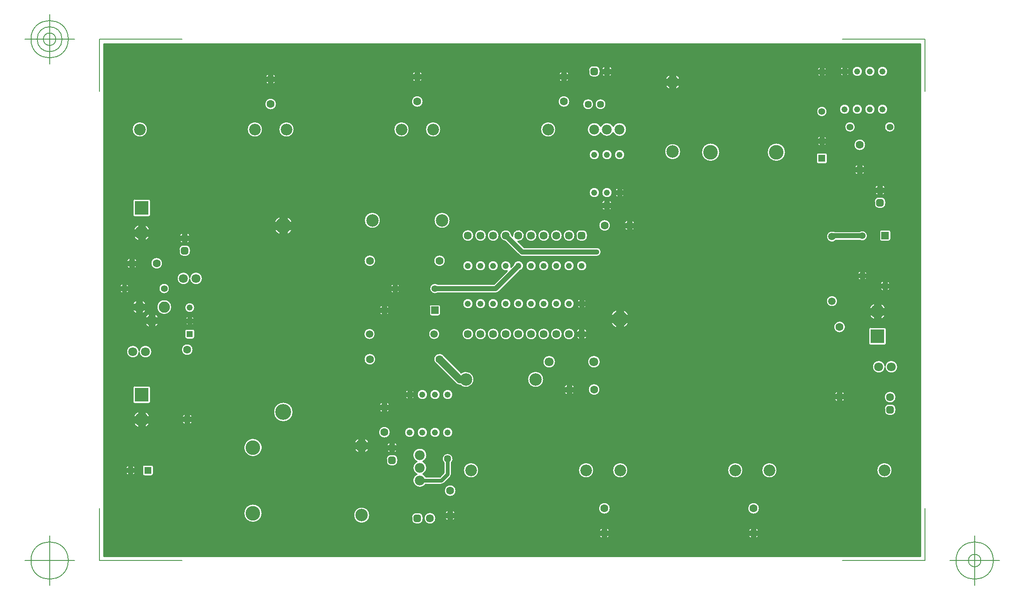
<source format=gbr>
G04 Generated by Ultiboard 13.0 *
%FSLAX25Y25*%
%MOIN*%

%ADD10C,0.00001*%
%ADD11C,0.01000*%
%ADD12C,0.03000*%
%ADD13C,0.06000*%
%ADD14C,0.04000*%
%ADD15C,0.00500*%
%ADD16C,0.09200*%
%ADD17C,0.06299*%
%ADD18C,0.07834*%
%ADD19C,0.05709*%
%ADD20C,0.11024*%
%ADD21R,0.11024X0.11024*%
%ADD22C,0.04900*%
%ADD23C,0.12598*%
%ADD24R,0.02083X0.02083*%
%ADD25C,0.03917*%
%ADD26C,0.06334*%
%ADD27C,0.09843*%
%ADD28C,0.07087*%
%ADD29R,0.04900X0.04900*%
%ADD30C,0.05906*%
%ADD31C,0.08858*%
%ADD32R,0.05906X0.05906*%
%ADD33C,0.05354*%
%ADD34C,0.03937*%
%ADD35C,0.11574*%
%ADD36R,0.05709X0.05709*%
%ADD37C,0.30000*%


G04 ColorRGB 0000FF for the following layer *
%LNCopper Bottom*%
%LPD*%
G54D10*
G36*
X647990Y407990D02*
X647990Y407990D01*
X647990Y2010D01*
X2010Y2010D01*
X2010Y407990D01*
X647990Y407990D01*
D02*
G37*
%LPC*%
G36*
X454471Y375943D02*
G75*
D01*
G03X454471Y375943I-2471J1616*
G01*
D02*
G37*
G36*
X135649Y375495D02*
G74*
D01*
G03X138347Y378194I1650J4347*
G01*
X138347Y378194D01*
X135649Y378194D01*
X135649Y375495D01*
D02*
G37*
G36*
X132351Y375495D02*
X132351Y375495D01*
X132351Y378194D01*
X129653Y378194D01*
G74*
D01*
G03X132351Y375495I4347J1648*
G01*
D02*
G37*
G36*
X620517Y280959D02*
X620517Y280959D01*
X620517Y283042D01*
G74*
D01*
G03X617042Y286517I3475J0*
G01*
X617042Y286517D01*
X614959Y286517D01*
G75*
D01*
G03X611483Y283042I-1J-3475*
G01*
X611483Y283042D01*
X611483Y280959D01*
G75*
D01*
G03X614959Y277483I3476J0*
G01*
X614959Y277483D01*
X617042Y277483D01*
G75*
D01*
G03X620517Y280959I-1J3476*
G01*
D02*
G37*
G36*
X580837Y186967D02*
G75*
D01*
G03X580837Y186967I3163J-3408*
G01*
D02*
G37*
G36*
X564919Y193226D02*
G75*
D01*
G03X564919Y193226I-7100J-3226*
G01*
D02*
G37*
G36*
X24981Y272331D02*
G75*
D01*
G03X26488Y270823I1507J-1*
G01*
X26488Y270823D01*
X37512Y270823D01*
G75*
D01*
G03X39019Y272331I-1J1508*
G01*
X39019Y272331D01*
X39019Y283354D01*
G74*
D01*
G03X37512Y284862I1507J1*
G01*
X37512Y284862D01*
X26488Y284862D01*
G75*
D01*
G03X24981Y283354I1J-1508*
G01*
X24981Y283354D01*
X24981Y272331D01*
D02*
G37*
G36*
X375529Y176398D02*
G74*
D01*
G03X378398Y173529I3429J560*
G01*
X378398Y173529D01*
X378398Y176398D01*
X375529Y176398D01*
D02*
G37*
G36*
X375529Y179602D02*
X375529Y179602D01*
X378398Y179602D01*
X378398Y182471D01*
G74*
D01*
G03X375529Y179602I560J3429*
G01*
D02*
G37*
G36*
X402889Y187234D02*
G74*
D01*
G03X407415Y182708I7291J2765*
G01*
X407415Y182708D01*
X407415Y187234D01*
X402889Y187234D01*
D02*
G37*
G36*
X412947Y182708D02*
G74*
D01*
G03X417473Y187234I2765J7291*
G01*
X417473Y187234D01*
X412947Y187234D01*
X412947Y182708D01*
D02*
G37*
G36*
X208277Y95563D02*
X208277Y95563D01*
X208277Y91836D01*
X212004Y91836D01*
G74*
D01*
G03X208277Y95563I6004J2277*
G01*
D02*
G37*
G36*
X205558Y92479D02*
G75*
D01*
G03X205558Y92479I442J-2920*
G01*
D02*
G37*
G36*
X203723Y95563D02*
G74*
D01*
G03X199996Y91836I2277J6004*
G01*
X199996Y91836D01*
X203723Y91836D01*
X203723Y95563D01*
D02*
G37*
G36*
X271489Y92479D02*
G75*
D01*
G03X271489Y92479I2511J-3558*
G01*
D02*
G37*
G36*
X69045Y186967D02*
G75*
D01*
G03X69045Y186967I955J1466*
G01*
D02*
G37*
G36*
X66307Y187032D02*
G74*
D01*
G03X68599Y184740I3692J1400*
G01*
X68599Y184740D01*
X68599Y187032D01*
X66307Y187032D01*
D02*
G37*
G36*
X37789Y190788D02*
G75*
D01*
G03X37789Y186583I2211J-2102*
G01*
X37789Y186583D01*
X34456Y186583D01*
G74*
D01*
G03X37897Y183141I5544J2101*
G01*
X37897Y183141D01*
X37897Y186474D01*
G75*
D01*
G03X42103Y186474I2103J2210*
G01*
X42103Y186474D01*
X42103Y183141D01*
G74*
D01*
G03X45544Y186583I2103J5543*
G01*
X45544Y186583D01*
X42211Y186583D01*
G75*
D01*
G03X42211Y190788I-2210J2103*
G01*
X42211Y190788D01*
X45544Y190788D01*
G74*
D01*
G03X42103Y194229I5544J2103*
G01*
X42103Y194229D01*
X42103Y190896D01*
G75*
D01*
G03X37897Y190896I-2103J-2210*
G01*
X37897Y190896D01*
X37897Y194229D01*
G74*
D01*
G03X34456Y190788I2103J5544*
G01*
X34456Y190788D01*
X37789Y190788D01*
D02*
G37*
G36*
X73693Y187032D02*
X73693Y187032D01*
X71401Y187032D01*
X71401Y184740D01*
G74*
D01*
G03X73693Y187032I1400J3692*
G01*
D02*
G37*
G36*
X114252Y92479D02*
G75*
D01*
G03X114252Y92479I5748J-4479*
G01*
D02*
G37*
G36*
X375943Y290779D02*
G75*
D01*
G03X375943Y290779I4057J-779*
G01*
D02*
G37*
G36*
X375943Y320779D02*
G75*
D01*
G03X375943Y320779I4057J-779*
G01*
D02*
G37*
G36*
X375943Y281964D02*
G75*
D01*
G03X375943Y281964I4214J-1964*
G01*
D02*
G37*
G36*
X333000Y239483D02*
X333000Y239483D01*
X392000Y239483D01*
G75*
D01*
G03X392000Y246517I0J3517*
G01*
X392000Y246517D01*
X334457Y246517D01*
X329626Y251348D01*
G75*
D01*
G03X325348Y255626I374J4652*
G01*
X325348Y255626D01*
X324656Y256318D01*
G75*
D01*
G03X319682Y251344I-4655J-319*
G01*
X319682Y251344D01*
X330513Y240513D01*
G74*
D01*
G03X332005Y239627I2486J2488*
G01*
G75*
D01*
G03X333000Y239483I996J3372*
G01*
D02*
G37*
G36*
X375943Y231221D02*
G75*
D01*
G03X375943Y231221I4057J779*
G01*
D02*
G37*
G36*
X375483Y254958D02*
G75*
D01*
G03X378959Y251483I3476J1*
G01*
X378959Y251483D01*
X381042Y251483D01*
G75*
D01*
G03X384517Y254958I0J3475*
G01*
X384517Y254958D01*
X384517Y257042D01*
G74*
D01*
G03X381042Y260517I3475J0*
G01*
X381042Y260517D01*
X378959Y260517D01*
G75*
D01*
G03X375483Y257042I-1J-3475*
G01*
X375483Y257042D01*
X375483Y254958D01*
D02*
G37*
G36*
X266169Y210448D02*
X266169Y210448D01*
X311965Y210448D01*
G74*
D01*
G03X314455Y211481I0J3517*
G01*
X314455Y211481D01*
X330954Y227981D01*
G75*
D01*
G03X325981Y232954I-955J4018*
G01*
X325981Y232954D01*
X324002Y230976D01*
G75*
D01*
G03X321024Y227998I-4001J1023*
G01*
X321024Y227998D01*
X310508Y217482D01*
X266169Y217482D01*
G75*
D01*
G03X266169Y210448I-2253J-3517*
G01*
D02*
G37*
G36*
X271522Y160432D02*
G75*
D01*
G03X265127Y154037I-3961J-2434*
G01*
X265127Y154037D01*
X280362Y138803D01*
G74*
D01*
G03X281865Y137807I3199J3195*
G01*
G75*
D01*
G03X283559Y137478I1693J4193*
G01*
X283559Y137478D01*
X283882Y137478D01*
G75*
D01*
G03X284720Y147233I4559J4522*
G01*
X284720Y147233D01*
X281455Y150499D01*
X271522Y160432D01*
D02*
G37*
G36*
X568519Y381842D02*
X568519Y381842D01*
X568519Y384267D01*
X566094Y384267D01*
G74*
D01*
G03X568519Y381842I3906J1481*
G01*
D02*
G37*
G36*
X568701Y385748D02*
G75*
D01*
G03X568701Y385748I1299J0*
G01*
D02*
G37*
G36*
X573906Y384267D02*
X573906Y384267D01*
X571481Y384267D01*
X571481Y381842D01*
G74*
D01*
G03X573906Y384267I1481J3906*
G01*
D02*
G37*
G36*
X591863Y384535D02*
X591863Y384535D01*
X589465Y384535D01*
X589465Y382137D01*
G74*
D01*
G03X591863Y384535I1465J3863*
G01*
D02*
G37*
G36*
X586250Y386000D02*
G75*
D01*
G03X586250Y386000I1750J0*
G01*
D02*
G37*
G36*
X586535Y382137D02*
X586535Y382137D01*
X586535Y384535D01*
X584137Y384535D01*
G74*
D01*
G03X586535Y382137I3863J1465*
G01*
D02*
G37*
G36*
X593869Y386000D02*
G75*
D01*
G03X593869Y386000I4131J0*
G01*
D02*
G37*
G36*
X603869Y386000D02*
G75*
D01*
G03X603869Y386000I4131J0*
G01*
D02*
G37*
G36*
X613869Y386000D02*
G75*
D01*
G03X613869Y386000I4131J0*
G01*
D02*
G37*
G36*
X566094Y387229D02*
X566094Y387229D01*
X568519Y387229D01*
X568519Y389654D01*
G74*
D01*
G03X566094Y387229I1481J3906*
G01*
D02*
G37*
G36*
X571481Y389654D02*
X571481Y389654D01*
X571481Y387229D01*
X573906Y387229D01*
G74*
D01*
G03X571481Y389654I3906J1481*
G01*
D02*
G37*
G36*
X589465Y389863D02*
X589465Y389863D01*
X589465Y387465D01*
X591863Y387465D01*
G74*
D01*
G03X589465Y389863I3863J1465*
G01*
D02*
G37*
G36*
X584137Y387465D02*
X584137Y387465D01*
X586535Y387465D01*
X586535Y389863D01*
G74*
D01*
G03X584137Y387465I1465J3863*
G01*
D02*
G37*
G36*
X385483Y387042D02*
X385483Y387042D01*
X385483Y384959D01*
G75*
D01*
G03X388959Y381483I3476J0*
G01*
X388959Y381483D01*
X391042Y381483D01*
G75*
D01*
G03X394517Y384959I-1J3476*
G01*
X394517Y384959D01*
X394517Y387042D01*
G74*
D01*
G03X391042Y390517I3475J0*
G01*
X391042Y390517D01*
X388959Y390517D01*
G75*
D01*
G03X385483Y387042I-1J-3475*
G01*
D02*
G37*
G36*
X398250Y386000D02*
G75*
D01*
G03X398250Y386000I1750J0*
G01*
D02*
G37*
G36*
X398345Y381636D02*
X398345Y381636D01*
X398345Y384345D01*
X395636Y384345D01*
G74*
D01*
G03X398345Y381636I4364J1655*
G01*
D02*
G37*
G36*
X404364Y384345D02*
X404364Y384345D01*
X401655Y384345D01*
X401655Y381636D01*
G74*
D01*
G03X404364Y384345I1655J4364*
G01*
D02*
G37*
G36*
X445996Y379836D02*
X445996Y379836D01*
X449723Y379836D01*
X449723Y383563D01*
G74*
D01*
G03X445996Y379836I2277J6004*
G01*
D02*
G37*
G36*
X454277Y383563D02*
X454277Y383563D01*
X454277Y379836D01*
X458004Y379836D01*
G74*
D01*
G03X454277Y383563I6004J2277*
G01*
D02*
G37*
G36*
X395636Y387655D02*
X395636Y387655D01*
X398345Y387655D01*
X398345Y390364D01*
G74*
D01*
G03X395636Y387655I1655J4364*
G01*
D02*
G37*
G36*
X401655Y390364D02*
X401655Y390364D01*
X401655Y387655D01*
X404364Y387655D01*
G74*
D01*
G03X401655Y390364I4364J1655*
G01*
D02*
G37*
G36*
X364351Y377495D02*
X364351Y377495D01*
X364351Y380194D01*
X361653Y380194D01*
G74*
D01*
G03X364351Y377495I4347J1648*
G01*
D02*
G37*
G36*
X370347Y380194D02*
X370347Y380194D01*
X367649Y380194D01*
X367649Y377495D01*
G74*
D01*
G03X370347Y380194I1650J4347*
G01*
D02*
G37*
G36*
X361653Y383491D02*
X361653Y383491D01*
X364351Y383491D01*
X364351Y386190D01*
G74*
D01*
G03X361653Y383491I1649J4347*
G01*
D02*
G37*
G36*
X367649Y386190D02*
X367649Y386190D01*
X367649Y383491D01*
X370347Y383491D01*
G74*
D01*
G03X367649Y386190I4346J1647*
G01*
D02*
G37*
G36*
X364819Y381843D02*
G75*
D01*
G03X364819Y381843I1181J0*
G01*
D02*
G37*
G36*
X254347Y380194D02*
X254347Y380194D01*
X251649Y380194D01*
X251649Y377495D01*
G74*
D01*
G03X254347Y380194I1650J4347*
G01*
D02*
G37*
G36*
X248351Y377495D02*
X248351Y377495D01*
X248351Y380194D01*
X245653Y380194D01*
G74*
D01*
G03X248351Y377495I4347J1648*
G01*
D02*
G37*
G36*
X245653Y383491D02*
X245653Y383491D01*
X248351Y383491D01*
X248351Y386190D01*
G74*
D01*
G03X245653Y383491I1649J4347*
G01*
D02*
G37*
G36*
X251649Y386190D02*
X251649Y386190D01*
X251649Y383491D01*
X254347Y383491D01*
G74*
D01*
G03X251649Y386190I4346J1647*
G01*
D02*
G37*
G36*
X248819Y381843D02*
G75*
D01*
G03X248819Y381843I1181J0*
G01*
D02*
G37*
G36*
X132819Y379843D02*
G75*
D01*
G03X132819Y379843I1181J0*
G01*
D02*
G37*
G36*
X129653Y381491D02*
X129653Y381491D01*
X132351Y381491D01*
X132351Y384190D01*
G74*
D01*
G03X129653Y381491I1649J4347*
G01*
D02*
G37*
G36*
X135649Y384190D02*
X135649Y384190D01*
X135649Y381491D01*
X138347Y381491D01*
G74*
D01*
G03X135649Y384190I4346J1647*
G01*
D02*
G37*
G36*
X613400Y70000D02*
G75*
D01*
G03X613400Y70000I6100J0*
G01*
D02*
G37*
G36*
X613869Y356000D02*
G75*
D01*
G03X613869Y356000I4131J0*
G01*
D02*
G37*
G36*
X614345Y287636D02*
X614345Y287636D01*
X614345Y290345D01*
X611636Y290345D01*
G74*
D01*
G03X614345Y287636I4364J1655*
G01*
D02*
G37*
G36*
X614250Y292000D02*
G75*
D01*
G03X614250Y292000I1750J0*
G01*
D02*
G37*
G36*
X620364Y290345D02*
X620364Y290345D01*
X617655Y290345D01*
X617655Y287636D01*
G74*
D01*
G03X620364Y290345I1655J4364*
G01*
D02*
G37*
G36*
X611636Y293655D02*
X611636Y293655D01*
X614345Y293655D01*
X614345Y296364D01*
G74*
D01*
G03X611636Y293655I1655J4364*
G01*
D02*
G37*
G36*
X617655Y296364D02*
X617655Y296364D01*
X617655Y293655D01*
X620364Y293655D01*
G74*
D01*
G03X617655Y296364I4364J1655*
G01*
D02*
G37*
G36*
X598351Y303810D02*
X598351Y303810D01*
X598351Y306509D01*
X595653Y306509D01*
G74*
D01*
G03X598351Y303810I4346J1647*
G01*
D02*
G37*
G36*
X598819Y308157D02*
G75*
D01*
G03X598819Y308157I1181J0*
G01*
D02*
G37*
G36*
X604347Y306509D02*
X604347Y306509D01*
X601649Y306509D01*
X601649Y303810D01*
G74*
D01*
G03X604347Y306509I1649J4347*
G01*
D02*
G37*
G36*
X574362Y314256D02*
X574362Y314256D01*
X574362Y319965D01*
G74*
D01*
G03X572854Y321472I1508J1*
G01*
X572854Y321472D01*
X567146Y321472D01*
G75*
D01*
G03X565638Y319965I-1J-1507*
G01*
X565638Y319965D01*
X565638Y314256D01*
G75*
D01*
G03X567146Y312749I1508J1*
G01*
X567146Y312749D01*
X572854Y312749D01*
G75*
D01*
G03X574362Y314256I1J1507*
G01*
D02*
G37*
G36*
X595653Y309806D02*
X595653Y309806D01*
X598351Y309806D01*
X598351Y312505D01*
G74*
D01*
G03X595653Y309806I1650J4347*
G01*
D02*
G37*
G36*
X601649Y312505D02*
X601649Y312505D01*
X601649Y309806D01*
X604347Y309806D01*
G74*
D01*
G03X601649Y312505I4347J1648*
G01*
D02*
G37*
G36*
X568456Y326818D02*
X568456Y326818D01*
X568456Y329346D01*
X565929Y329346D01*
G74*
D01*
G03X568456Y326818I4071J1542*
G01*
D02*
G37*
G36*
X568524Y330890D02*
G75*
D01*
G03X568524Y330890I1476J0*
G01*
D02*
G37*
G36*
X574071Y329346D02*
X574071Y329346D01*
X571544Y329346D01*
X571544Y326818D01*
G74*
D01*
G03X574071Y329346I1544J4071*
G01*
D02*
G37*
G36*
X595350Y327843D02*
G75*
D01*
G03X595350Y327843I4650J0*
G01*
D02*
G37*
G36*
X565929Y332434D02*
X565929Y332434D01*
X568456Y332434D01*
X568456Y334961D01*
G74*
D01*
G03X565929Y332434I1543J4070*
G01*
D02*
G37*
G36*
X571544Y334961D02*
X571544Y334961D01*
X571544Y332434D01*
X574071Y332434D01*
G74*
D01*
G03X571544Y334961I4070J1543*
G01*
D02*
G37*
G36*
X588075Y342000D02*
G75*
D01*
G03X588075Y342000I4177J0*
G01*
D02*
G37*
G36*
X619571Y342000D02*
G75*
D01*
G03X619571Y342000I4177J0*
G01*
D02*
G37*
G36*
X565823Y354252D02*
G75*
D01*
G03X565823Y354252I4177J0*
G01*
D02*
G37*
G36*
X583869Y356000D02*
G75*
D01*
G03X583869Y356000I4131J0*
G01*
D02*
G37*
G36*
X593869Y356000D02*
G75*
D01*
G03X593869Y356000I4131J0*
G01*
D02*
G37*
G36*
X603869Y356000D02*
G75*
D01*
G03X603869Y356000I4131J0*
G01*
D02*
G37*
G36*
X611441Y195843D02*
G75*
D01*
G03X611441Y195843I2559J0*
G01*
D02*
G37*
G36*
X611514Y189286D02*
X611514Y189286D01*
X611514Y193356D01*
X607444Y193356D01*
G74*
D01*
G03X611514Y189286I6556J2486*
G01*
D02*
G37*
G36*
X620556Y193356D02*
X620556Y193356D01*
X616486Y193356D01*
X616486Y189286D01*
G74*
D01*
G03X620556Y193356I2486J6556*
G01*
D02*
G37*
G36*
X573547Y204000D02*
G75*
D01*
G03X573547Y204000I4453J0*
G01*
D02*
G37*
G36*
X607444Y198329D02*
X607444Y198329D01*
X611514Y198329D01*
X611514Y202399D01*
G74*
D01*
G03X607444Y198329I2486J6556*
G01*
D02*
G37*
G36*
X616486Y202399D02*
X616486Y202399D01*
X616486Y198329D01*
X620556Y198329D01*
G74*
D01*
G03X616486Y202399I6556J2486*
G01*
D02*
G37*
G36*
X624163Y214421D02*
X624163Y214421D01*
X621579Y214421D01*
X621579Y211837D01*
G74*
D01*
G03X624163Y214421I1579J4163*
G01*
D02*
G37*
G36*
X618421Y211837D02*
X618421Y211837D01*
X618421Y214421D01*
X615837Y214421D01*
G74*
D01*
G03X618421Y211837I4163J1579*
G01*
D02*
G37*
G36*
X600519Y220346D02*
X600519Y220346D01*
X600519Y222771D01*
X598094Y222771D01*
G74*
D01*
G03X600519Y220346I3906J1481*
G01*
D02*
G37*
G36*
X605906Y222771D02*
X605906Y222771D01*
X603481Y222771D01*
X603481Y220346D01*
G74*
D01*
G03X605906Y222771I1481J3906*
G01*
D02*
G37*
G36*
X621579Y220163D02*
X621579Y220163D01*
X621579Y217579D01*
X624163Y217579D01*
G74*
D01*
G03X621579Y220163I4163J1579*
G01*
D02*
G37*
G36*
X615837Y217579D02*
X615837Y217579D01*
X618421Y217579D01*
X618421Y220163D01*
G74*
D01*
G03X615837Y217579I1579J4163*
G01*
D02*
G37*
G36*
X618228Y216000D02*
G75*
D01*
G03X618228Y216000I1772J0*
G01*
D02*
G37*
G36*
X598094Y225733D02*
X598094Y225733D01*
X600519Y225733D01*
X600519Y228158D01*
G74*
D01*
G03X598094Y225733I1481J3906*
G01*
D02*
G37*
G36*
X603481Y228158D02*
X603481Y228158D01*
X603481Y225733D01*
X605906Y225733D01*
G74*
D01*
G03X603481Y228158I3906J1481*
G01*
D02*
G37*
G36*
X600701Y224252D02*
G75*
D01*
G03X600701Y224252I1299J0*
G01*
D02*
G37*
G36*
X599746Y259265D02*
X599746Y259265D01*
X579775Y259265D01*
G75*
D01*
G03X581335Y252231I-1775J-4084*
G01*
X581335Y252231D01*
X599746Y252231D01*
G75*
D01*
G03X599746Y259265I2253J3517*
G01*
D02*
G37*
G36*
X622953Y260460D02*
X622953Y260460D01*
X617047Y260460D01*
G75*
D01*
G03X615540Y258953I0J-1507*
G01*
X615540Y258953D01*
X615540Y253047D01*
G75*
D01*
G03X617047Y251540I1507J0*
G01*
X617047Y251540D01*
X622953Y251540D01*
G75*
D01*
G03X624460Y253047I0J1507*
G01*
X624460Y253047D01*
X624460Y258953D01*
G74*
D01*
G03X622953Y260460I1507J0*
G01*
D02*
G37*
G36*
X622959Y113483D02*
X622959Y113483D01*
X625042Y113483D01*
G75*
D01*
G03X628517Y116959I-1J3476*
G01*
X628517Y116959D01*
X628517Y119042D01*
G74*
D01*
G03X625042Y122517I3475J0*
G01*
X625042Y122517D01*
X622959Y122517D01*
G75*
D01*
G03X619483Y119042I-1J-3475*
G01*
X619483Y119042D01*
X619483Y116959D01*
G75*
D01*
G03X622959Y113483I3476J0*
G01*
D02*
G37*
G36*
X582351Y124093D02*
X582351Y124093D01*
X582351Y126792D01*
X579653Y126792D01*
G74*
D01*
G03X582351Y124093I4347J1648*
G01*
D02*
G37*
G36*
X588347Y126792D02*
X588347Y126792D01*
X585649Y126792D01*
X585649Y124093D01*
G74*
D01*
G03X588347Y126792I1650J4347*
G01*
D02*
G37*
G36*
X619333Y128000D02*
G75*
D01*
G03X619333Y128000I4667J0*
G01*
D02*
G37*
G36*
X582228Y128441D02*
G75*
D01*
G03X582228Y128441I1772J0*
G01*
D02*
G37*
G36*
X579653Y130090D02*
X579653Y130090D01*
X582351Y130090D01*
X582351Y132788D01*
G74*
D01*
G03X579653Y130090I1649J4347*
G01*
D02*
G37*
G36*
X585649Y132788D02*
X585649Y132788D01*
X585649Y130090D01*
X588347Y130090D01*
G74*
D01*
G03X585649Y132788I4347J1649*
G01*
D02*
G37*
G36*
X620000Y152660D02*
G75*
D01*
G03X620000Y151340I-5000J-660*
G01*
G75*
D01*
G03X620000Y152660I5000J660*
G01*
D02*
G37*
G36*
X621019Y170646D02*
X621019Y170646D01*
X621019Y181669D01*
G74*
D01*
G03X619512Y183177I1507J1*
G01*
X619512Y183177D01*
X608488Y183177D01*
G75*
D01*
G03X606981Y181669I1J-1508*
G01*
X606981Y181669D01*
X606981Y170646D01*
G75*
D01*
G03X608488Y169138I1507J-1*
G01*
X608488Y169138D01*
X619512Y169138D01*
G75*
D01*
G03X621019Y170646I-1J1508*
G01*
D02*
G37*
G36*
X24654Y74071D02*
X24654Y74071D01*
X24654Y71544D01*
X27182Y71544D01*
G74*
D01*
G03X24654Y74071I4071J1544*
G01*
D02*
G37*
G36*
X21634Y70000D02*
G75*
D01*
G03X21634Y70000I1476J0*
G01*
D02*
G37*
G36*
X21566Y65929D02*
X21566Y65929D01*
X21566Y68456D01*
X19039Y68456D01*
G74*
D01*
G03X21566Y65929I4070J1543*
G01*
D02*
G37*
G36*
X27182Y68456D02*
X27182Y68456D01*
X24654Y68456D01*
X24654Y65929D01*
G74*
D01*
G03X27182Y68456I1542J4071*
G01*
D02*
G37*
G36*
X39744Y74362D02*
X39744Y74362D01*
X34035Y74362D01*
G75*
D01*
G03X32528Y72854I1J-1508*
G01*
X32528Y72854D01*
X32528Y67146D01*
G75*
D01*
G03X34035Y65638I1507J-1*
G01*
X34035Y65638D01*
X39744Y65638D01*
G75*
D01*
G03X41251Y67146I-1J1508*
G01*
X41251Y67146D01*
X41251Y72854D01*
G74*
D01*
G03X39744Y74362I1507J1*
G01*
D02*
G37*
G36*
X19039Y71544D02*
X19039Y71544D01*
X21566Y71544D01*
X21566Y74071D01*
G74*
D01*
G03X19039Y71544I1543J4070*
G01*
D02*
G37*
G36*
X522400Y70000D02*
G75*
D01*
G03X522400Y70000I6100J0*
G01*
D02*
G37*
G36*
X511653Y21806D02*
X511653Y21806D01*
X514351Y21806D01*
X514351Y24505D01*
G74*
D01*
G03X511653Y21806I1650J4347*
G01*
D02*
G37*
G36*
X514351Y15810D02*
X514351Y15810D01*
X514351Y18509D01*
X511653Y18509D01*
G74*
D01*
G03X514351Y15810I4346J1647*
G01*
D02*
G37*
G36*
X517649Y24505D02*
X517649Y24505D01*
X517649Y21806D01*
X520347Y21806D01*
G74*
D01*
G03X517649Y24505I4347J1648*
G01*
D02*
G37*
G36*
X520347Y18509D02*
X520347Y18509D01*
X517649Y18509D01*
X517649Y15810D01*
G74*
D01*
G03X520347Y18509I1649J4347*
G01*
D02*
G37*
G36*
X514819Y20157D02*
G75*
D01*
G03X514819Y20157I1181J0*
G01*
D02*
G37*
G36*
X511350Y39843D02*
G75*
D01*
G03X511350Y39843I4650J0*
G01*
D02*
G37*
G36*
X495400Y70000D02*
G75*
D01*
G03X495400Y70000I6100J0*
G01*
D02*
G37*
G36*
X24400Y340000D02*
G75*
D01*
G03X24400Y340000I6100J0*
G01*
D02*
G37*
G36*
X404400Y70000D02*
G75*
D01*
G03X404400Y70000I6100J0*
G01*
D02*
G37*
G36*
X393653Y21806D02*
X393653Y21806D01*
X396351Y21806D01*
X396351Y24505D01*
G74*
D01*
G03X393653Y21806I1650J4347*
G01*
D02*
G37*
G36*
X396351Y15810D02*
X396351Y15810D01*
X396351Y18509D01*
X393653Y18509D01*
G74*
D01*
G03X396351Y15810I4346J1647*
G01*
D02*
G37*
G36*
X399649Y24505D02*
X399649Y24505D01*
X399649Y21806D01*
X402347Y21806D01*
G74*
D01*
G03X399649Y24505I4347J1648*
G01*
D02*
G37*
G36*
X402347Y18509D02*
X402347Y18509D01*
X399649Y18509D01*
X399649Y15810D01*
G74*
D01*
G03X402347Y18509I1649J4347*
G01*
D02*
G37*
G36*
X396819Y20157D02*
G75*
D01*
G03X396819Y20157I1181J0*
G01*
D02*
G37*
G36*
X393350Y39843D02*
G75*
D01*
G03X393350Y39843I4650J0*
G01*
D02*
G37*
G36*
X377400Y70000D02*
G75*
D01*
G03X377400Y70000I6100J0*
G01*
D02*
G37*
G36*
X286400Y70000D02*
G75*
D01*
G03X286400Y70000I6100J0*
G01*
D02*
G37*
G36*
X231655Y92364D02*
X231655Y92364D01*
X231655Y89655D01*
X234364Y89655D01*
G74*
D01*
G03X231655Y92364I4364J1655*
G01*
D02*
G37*
G36*
X199579Y34441D02*
G75*
D01*
G03X199579Y34441I6421J0*
G01*
D02*
G37*
G36*
X245483Y33042D02*
X245483Y33042D01*
X245483Y30959D01*
G75*
D01*
G03X248958Y27483I3475J-1*
G01*
X248958Y27483D01*
X251042Y27483D01*
G75*
D01*
G03X254517Y30959I-1J3476*
G01*
X254517Y30959D01*
X254517Y33042D01*
G74*
D01*
G03X251042Y36517I3475J0*
G01*
X251042Y36517D01*
X248958Y36517D01*
G75*
D01*
G03X245483Y33042I0J-3475*
G01*
D02*
G37*
G36*
X255333Y32000D02*
G75*
D01*
G03X255333Y32000I4667J0*
G01*
D02*
G37*
G36*
X274351Y29810D02*
X274351Y29810D01*
X274351Y32509D01*
X271653Y32509D01*
G74*
D01*
G03X274351Y29810I4346J1647*
G01*
D02*
G37*
G36*
X280347Y32509D02*
X280347Y32509D01*
X277649Y32509D01*
X277649Y29810D01*
G74*
D01*
G03X280347Y32509I1649J4347*
G01*
D02*
G37*
G36*
X274819Y34157D02*
G75*
D01*
G03X274819Y34157I1181J0*
G01*
D02*
G37*
G36*
X271653Y35806D02*
X271653Y35806D01*
X274351Y35806D01*
X274351Y38505D01*
G74*
D01*
G03X271653Y35806I1650J4347*
G01*
D02*
G37*
G36*
X277649Y38505D02*
X277649Y38505D01*
X277649Y35806D01*
X280347Y35806D01*
G74*
D01*
G03X277649Y38505I4347J1648*
G01*
D02*
G37*
G36*
X271350Y53843D02*
G75*
D01*
G03X271350Y53843I4650J0*
G01*
D02*
G37*
G36*
X270985Y75937D02*
X270985Y75937D01*
X270985Y68249D01*
X267751Y65015D01*
X256717Y65015D01*
G74*
D01*
G03X254518Y67000I4717J3015*
G01*
G75*
D01*
G03X254518Y77000I-2517J5000*
G01*
G75*
D01*
G03X249482Y77000I-2518J5000*
G01*
G75*
D01*
G03X249482Y67000I2517J-5000*
G01*
G75*
D01*
G03X256717Y58985I2519J-4999*
G01*
X256717Y58985D01*
X268997Y58985D01*
G75*
D01*
G03X269634Y59053I0J3015*
G01*
G74*
D01*
G03X271134Y59871I634J2947*
G01*
X271134Y59871D01*
X276129Y64866D01*
G75*
D01*
G03X277015Y67000I-2128J2134*
G01*
X277015Y67000D01*
X277015Y75937D01*
G75*
D01*
G03X270985Y75937I-3015J3141*
G01*
D02*
G37*
G36*
X228958Y73483D02*
X228958Y73483D01*
X231042Y73483D01*
G75*
D01*
G03X234517Y76959I-1J3476*
G01*
X234517Y76959D01*
X234517Y79042D01*
G74*
D01*
G03X231042Y82517I3475J0*
G01*
X231042Y82517D01*
X228958Y82517D01*
G75*
D01*
G03X225483Y79042I0J-3475*
G01*
X225483Y79042D01*
X225483Y76959D01*
G75*
D01*
G03X228958Y73483I3475J-1*
G01*
D02*
G37*
G36*
X203723Y83555D02*
X203723Y83555D01*
X203723Y87282D01*
X199996Y87282D01*
G74*
D01*
G03X203723Y83555I6004J2277*
G01*
D02*
G37*
G36*
X212004Y87282D02*
X212004Y87282D01*
X208277Y87282D01*
X208277Y83555D01*
G74*
D01*
G03X212004Y87282I2277J6004*
G01*
D02*
G37*
G36*
X228250Y88000D02*
G75*
D01*
G03X228250Y88000I1750J0*
G01*
D02*
G37*
G36*
X228345Y83636D02*
X228345Y83636D01*
X228345Y86345D01*
X225636Y86345D01*
G74*
D01*
G03X228345Y83636I4364J1655*
G01*
D02*
G37*
G36*
X234364Y86345D02*
X234364Y86345D01*
X231655Y86345D01*
X231655Y83636D01*
G74*
D01*
G03X234364Y86345I1655J4364*
G01*
D02*
G37*
G36*
X225636Y89655D02*
X225636Y89655D01*
X228345Y89655D01*
X228345Y92364D01*
G74*
D01*
G03X225636Y89655I1655J4364*
G01*
D02*
G37*
G36*
X29441Y110157D02*
G75*
D01*
G03X29441Y110157I2559J0*
G01*
D02*
G37*
G36*
X29514Y103601D02*
X29514Y103601D01*
X29514Y107671D01*
X25444Y107671D01*
G74*
D01*
G03X29514Y103601I6556J2486*
G01*
D02*
G37*
G36*
X38556Y107671D02*
X38556Y107671D01*
X34486Y107671D01*
X34486Y103601D01*
G74*
D01*
G03X38556Y107671I2486J6556*
G01*
D02*
G37*
G36*
X72347Y108792D02*
X72347Y108792D01*
X69649Y108792D01*
X69649Y106093D01*
G74*
D01*
G03X72347Y108792I1650J4347*
G01*
D02*
G37*
G36*
X66228Y110441D02*
G75*
D01*
G03X66228Y110441I1772J0*
G01*
D02*
G37*
G36*
X66351Y106093D02*
X66351Y106093D01*
X66351Y108792D01*
X63653Y108792D01*
G74*
D01*
G03X66351Y106093I4347J1648*
G01*
D02*
G37*
G36*
X25444Y112644D02*
X25444Y112644D01*
X29514Y112644D01*
X29514Y116714D01*
G74*
D01*
G03X25444Y112644I2486J6556*
G01*
D02*
G37*
G36*
X34486Y116714D02*
X34486Y116714D01*
X34486Y112644D01*
X38556Y112644D01*
G74*
D01*
G03X34486Y116714I6556J2486*
G01*
D02*
G37*
G36*
X69649Y114788D02*
X69649Y114788D01*
X69649Y112090D01*
X72347Y112090D01*
G74*
D01*
G03X69649Y114788I4347J1649*
G01*
D02*
G37*
G36*
X63653Y112090D02*
X63653Y112090D01*
X66351Y112090D01*
X66351Y114788D01*
G74*
D01*
G03X63653Y112090I1649J4347*
G01*
D02*
G37*
G36*
X24981Y135354D02*
X24981Y135354D01*
X24981Y124331D01*
G75*
D01*
G03X26488Y122823I1507J-1*
G01*
X26488Y122823D01*
X37512Y122823D01*
G75*
D01*
G03X39019Y124331I-1J1508*
G01*
X39019Y124331D01*
X39019Y135354D01*
G74*
D01*
G03X37512Y136862I1507J1*
G01*
X37512Y136862D01*
X26488Y136862D01*
G75*
D01*
G03X24981Y135354I1J-1508*
G01*
D02*
G37*
G36*
X30000Y164660D02*
G75*
D01*
G03X30000Y163340I-5000J-660*
G01*
G75*
D01*
G03X30000Y164660I5000J660*
G01*
D02*
G37*
G36*
X63350Y165559D02*
G75*
D01*
G03X63350Y165559I4650J0*
G01*
D02*
G37*
G36*
X67550Y174043D02*
X67550Y174043D01*
X72450Y174043D01*
G75*
D01*
G03X73957Y175550I0J1507*
G01*
X73957Y175550D01*
X73957Y180450D01*
G74*
D01*
G03X72450Y181957I1507J0*
G01*
X72450Y181957D01*
X67550Y181957D01*
G75*
D01*
G03X66043Y180450I0J-1507*
G01*
X66043Y180450D01*
X66043Y175550D01*
G75*
D01*
G03X67550Y174043I1507J0*
G01*
D02*
G37*
G36*
X112713Y36000D02*
G75*
D01*
G03X112713Y36000I7287J0*
G01*
D02*
G37*
G36*
X32369Y201417D02*
X32369Y201417D01*
X35701Y201417D01*
G74*
D01*
G03X32260Y204859I5544J2101*
G01*
X32260Y204859D01*
X32260Y201526D01*
G75*
D01*
G03X28055Y201526I-2102J-2211*
G01*
X28055Y201526D01*
X28055Y204859D01*
G74*
D01*
G03X24614Y201417I2103J5543*
G01*
X24614Y201417D01*
X27946Y201417D01*
G75*
D01*
G03X27946Y197212I2210J-2102*
G01*
X27946Y197212D01*
X24614Y197212D01*
G74*
D01*
G03X28055Y193771I5543J2102*
G01*
X28055Y193771D01*
X28055Y197104D01*
G75*
D01*
G03X32260Y197104I2103J2210*
G01*
X32260Y197104D01*
X32260Y193771D01*
G74*
D01*
G03X35701Y197212I2103J5544*
G01*
X35701Y197212D01*
X32369Y197212D01*
G75*
D01*
G03X32369Y201417I-2212J2103*
G01*
D02*
G37*
G36*
X43913Y199315D02*
G75*
D01*
G03X43913Y199315I5930J0*
G01*
D02*
G37*
G36*
X66050Y198866D02*
G75*
D01*
G03X66050Y198866I3950J0*
G01*
D02*
G37*
G36*
X66307Y189834D02*
X66307Y189834D01*
X68599Y189834D01*
X68599Y192126D01*
G74*
D01*
G03X66307Y189834I1400J3692*
G01*
D02*
G37*
G36*
X71401Y192126D02*
X71401Y192126D01*
X71401Y189834D01*
X73693Y189834D01*
G74*
D01*
G03X71401Y192126I3692J1400*
G01*
D02*
G37*
G36*
X16771Y210094D02*
X16771Y210094D01*
X16771Y212519D01*
X14346Y212519D01*
G74*
D01*
G03X16771Y210094I3906J1481*
G01*
D02*
G37*
G36*
X22158Y212519D02*
X22158Y212519D01*
X19733Y212519D01*
X19733Y210094D01*
G74*
D01*
G03X22158Y212519I1481J3906*
G01*
D02*
G37*
G36*
X45571Y214000D02*
G75*
D01*
G03X45571Y214000I4177J0*
G01*
D02*
G37*
G36*
X14346Y215481D02*
X14346Y215481D01*
X16771Y215481D01*
X16771Y217906D01*
G74*
D01*
G03X14346Y215481I1481J3906*
G01*
D02*
G37*
G36*
X19733Y217906D02*
X19733Y217906D01*
X19733Y215481D01*
X22158Y215481D01*
G74*
D01*
G03X19733Y217906I3906J1481*
G01*
D02*
G37*
G36*
X16953Y214000D02*
G75*
D01*
G03X16953Y214000I1299J0*
G01*
D02*
G37*
G36*
X70000Y222660D02*
G75*
D01*
G03X70000Y221340I-5000J-660*
G01*
G75*
D01*
G03X70000Y222660I5000J660*
G01*
D02*
G37*
G36*
X19810Y235649D02*
X19810Y235649D01*
X22509Y235649D01*
X22509Y238347D01*
G74*
D01*
G03X19810Y235649I1647J4346*
G01*
D02*
G37*
G36*
X22976Y234000D02*
G75*
D01*
G03X22976Y234000I1181J0*
G01*
D02*
G37*
G36*
X22509Y229653D02*
X22509Y229653D01*
X22509Y232351D01*
X19810Y232351D01*
G74*
D01*
G03X22509Y229653I4347J1649*
G01*
D02*
G37*
G36*
X25806Y238347D02*
X25806Y238347D01*
X25806Y235649D01*
X28505Y235649D01*
G74*
D01*
G03X25806Y238347I4347J1650*
G01*
D02*
G37*
G36*
X28505Y232351D02*
X28505Y232351D01*
X25806Y232351D01*
X25806Y229653D01*
G74*
D01*
G03X28505Y232351I1648J4347*
G01*
D02*
G37*
G36*
X39193Y234000D02*
G75*
D01*
G03X39193Y234000I4650J0*
G01*
D02*
G37*
G36*
X64959Y239483D02*
X64959Y239483D01*
X67042Y239483D01*
G75*
D01*
G03X70517Y242958I0J3475*
G01*
X70517Y242958D01*
X70517Y245042D01*
G74*
D01*
G03X67042Y248517I3475J0*
G01*
X67042Y248517D01*
X64959Y248517D01*
G75*
D01*
G03X61483Y245042I-1J-3475*
G01*
X61483Y245042D01*
X61483Y242958D01*
G75*
D01*
G03X64959Y239483I3476J1*
G01*
D02*
G37*
G36*
X29514Y251601D02*
X29514Y251601D01*
X29514Y255671D01*
X25444Y255671D01*
G74*
D01*
G03X29514Y251601I6556J2486*
G01*
D02*
G37*
G36*
X38556Y255671D02*
X38556Y255671D01*
X34486Y255671D01*
X34486Y251601D01*
G74*
D01*
G03X38556Y255671I2486J6556*
G01*
D02*
G37*
G36*
X64345Y249636D02*
X64345Y249636D01*
X64345Y252345D01*
X61636Y252345D01*
G74*
D01*
G03X64345Y249636I4364J1655*
G01*
D02*
G37*
G36*
X70364Y252345D02*
X70364Y252345D01*
X67655Y252345D01*
X67655Y249636D01*
G74*
D01*
G03X70364Y252345I1655J4364*
G01*
D02*
G37*
G36*
X29441Y258157D02*
G75*
D01*
G03X29441Y258157I2559J0*
G01*
D02*
G37*
G36*
X61636Y255655D02*
X61636Y255655D01*
X64345Y255655D01*
X64345Y258364D01*
G74*
D01*
G03X61636Y255655I1655J4364*
G01*
D02*
G37*
G36*
X67655Y258364D02*
X67655Y258364D01*
X67655Y255655D01*
X70364Y255655D01*
G74*
D01*
G03X67655Y258364I4364J1655*
G01*
D02*
G37*
G36*
X64250Y254000D02*
G75*
D01*
G03X64250Y254000I1750J0*
G01*
D02*
G37*
G36*
X25444Y260644D02*
X25444Y260644D01*
X29514Y260644D01*
X29514Y264714D01*
G74*
D01*
G03X25444Y260644I2486J6556*
G01*
D02*
G37*
G36*
X34486Y264714D02*
X34486Y264714D01*
X34486Y260644D01*
X38556Y260644D01*
G74*
D01*
G03X34486Y264714I6556J2486*
G01*
D02*
G37*
G36*
X526713Y322000D02*
G75*
D01*
G03X526713Y322000I7287J0*
G01*
D02*
G37*
G36*
X474713Y322000D02*
G75*
D01*
G03X474713Y322000I7287J0*
G01*
D02*
G37*
G36*
X361350Y362157D02*
G75*
D01*
G03X361350Y362157I4650J0*
G01*
D02*
G37*
G36*
X347400Y340000D02*
G75*
D01*
G03X347400Y340000I6100J0*
G01*
D02*
G37*
G36*
X395495Y281649D02*
X395495Y281649D01*
X398194Y281649D01*
X398194Y284347D01*
G74*
D01*
G03X395495Y281649I1648J4347*
G01*
D02*
G37*
G36*
X401491Y284347D02*
X401491Y284347D01*
X401491Y281649D01*
X404190Y281649D01*
G74*
D01*
G03X401491Y284347I4347J1649*
G01*
D02*
G37*
G36*
X385869Y290000D02*
G75*
D01*
G03X385869Y290000I4131J0*
G01*
D02*
G37*
G36*
X395869Y290000D02*
G75*
D01*
G03X395869Y290000I4131J0*
G01*
D02*
G37*
G36*
X408250Y290000D02*
G75*
D01*
G03X408250Y290000I1750J0*
G01*
D02*
G37*
G36*
X408535Y286137D02*
X408535Y286137D01*
X408535Y288535D01*
X406137Y288535D01*
G74*
D01*
G03X408535Y286137I3863J1465*
G01*
D02*
G37*
G36*
X413863Y288535D02*
X413863Y288535D01*
X411465Y288535D01*
X411465Y286137D01*
G74*
D01*
G03X413863Y288535I1465J3863*
G01*
D02*
G37*
G36*
X406137Y291465D02*
X406137Y291465D01*
X408535Y291465D01*
X408535Y293863D01*
G74*
D01*
G03X406137Y291465I1465J3863*
G01*
D02*
G37*
G36*
X411465Y293863D02*
X411465Y293863D01*
X411465Y291465D01*
X413863Y291465D01*
G74*
D01*
G03X411465Y293863I3863J1465*
G01*
D02*
G37*
G36*
X385869Y320000D02*
G75*
D01*
G03X385869Y320000I4131J0*
G01*
D02*
G37*
G36*
X395869Y320000D02*
G75*
D01*
G03X395869Y320000I4131J0*
G01*
D02*
G37*
G36*
X405869Y320000D02*
G75*
D01*
G03X405869Y320000I4131J0*
G01*
D02*
G37*
G36*
X445579Y322441D02*
G75*
D01*
G03X445579Y322441I6421J0*
G01*
D02*
G37*
G36*
X405000Y342518D02*
G75*
D01*
G03X395000Y342518I-5000J-2517*
G01*
G75*
D01*
G03X395000Y337482I-5000J-2518*
G01*
G75*
D01*
G03X405000Y337482I5000J2517*
G01*
G75*
D01*
G03X405000Y342518I5000J2518*
G01*
D02*
G37*
G36*
X380724Y360000D02*
G75*
D01*
G03X380724Y360000I4355J0*
G01*
D02*
G37*
G36*
X390567Y360000D02*
G75*
D01*
G03X390567Y360000I4354J0*
G01*
D02*
G37*
G36*
X449723Y371555D02*
X449723Y371555D01*
X449723Y375282D01*
X445996Y375282D01*
G74*
D01*
G03X449723Y371555I6004J2277*
G01*
D02*
G37*
G36*
X458004Y375282D02*
X458004Y375282D01*
X454277Y375282D01*
X454277Y371555D01*
G74*
D01*
G03X458004Y375282I2277J6004*
G01*
D02*
G37*
G36*
X398661Y280000D02*
G75*
D01*
G03X398661Y280000I1182J0*
G01*
D02*
G37*
G36*
X407819Y190000D02*
G75*
D01*
G03X407819Y190000I2362J0*
G01*
D02*
G37*
G36*
X402889Y192766D02*
X402889Y192766D01*
X407415Y192766D01*
X407415Y197292D01*
G74*
D01*
G03X402889Y192766I2765J7291*
G01*
D02*
G37*
G36*
X412947Y197292D02*
X412947Y197292D01*
X412947Y192766D01*
X417473Y192766D01*
G74*
D01*
G03X412947Y197292I7291J2765*
G01*
D02*
G37*
G36*
X376137Y203465D02*
X376137Y203465D01*
X378535Y203465D01*
X378535Y205863D01*
G74*
D01*
G03X376137Y203465I1465J3863*
G01*
D02*
G37*
G36*
X378535Y198137D02*
X378535Y198137D01*
X378535Y200535D01*
X376137Y200535D01*
G74*
D01*
G03X378535Y198137I3863J1465*
G01*
D02*
G37*
G36*
X381465Y205863D02*
X381465Y205863D01*
X381465Y203465D01*
X383863Y203465D01*
G74*
D01*
G03X381465Y205863I3863J1465*
G01*
D02*
G37*
G36*
X383863Y200535D02*
X383863Y200535D01*
X381465Y200535D01*
X381465Y198137D01*
G74*
D01*
G03X383863Y200535I1465J3863*
G01*
D02*
G37*
G36*
X378250Y202000D02*
G75*
D01*
G03X378250Y202000I1750J0*
G01*
D02*
G37*
G36*
X393508Y264000D02*
G75*
D01*
G03X393508Y264000I4649J0*
G01*
D02*
G37*
G36*
X416194Y259653D02*
X416194Y259653D01*
X416194Y262351D01*
X413495Y262351D01*
G74*
D01*
G03X416194Y259653I4347J1650*
G01*
D02*
G37*
G36*
X422190Y262351D02*
X422190Y262351D01*
X419491Y262351D01*
X419491Y259653D01*
G74*
D01*
G03X422190Y262351I1647J4346*
G01*
D02*
G37*
G36*
X413495Y265649D02*
X413495Y265649D01*
X416194Y265649D01*
X416194Y268347D01*
G74*
D01*
G03X413495Y265649I1648J4347*
G01*
D02*
G37*
G36*
X416661Y264000D02*
G75*
D01*
G03X416661Y264000I1182J0*
G01*
D02*
G37*
G36*
X419491Y268347D02*
X419491Y268347D01*
X419491Y265649D01*
X422190Y265649D01*
G74*
D01*
G03X419491Y268347I4347J1649*
G01*
D02*
G37*
G36*
X404190Y278351D02*
X404190Y278351D01*
X401491Y278351D01*
X401491Y275653D01*
G74*
D01*
G03X404190Y278351I1647J4346*
G01*
D02*
G37*
G36*
X398194Y275653D02*
X398194Y275653D01*
X398194Y278351D01*
X395495Y278351D01*
G74*
D01*
G03X398194Y275653I4347J1650*
G01*
D02*
G37*
G36*
X245350Y362157D02*
G75*
D01*
G03X245350Y362157I4650J0*
G01*
D02*
G37*
G36*
X231400Y340000D02*
G75*
D01*
G03X231400Y340000I6100J0*
G01*
D02*
G37*
G36*
X256400Y340000D02*
G75*
D01*
G03X256400Y340000I6100J0*
G01*
D02*
G37*
G36*
X285869Y202000D02*
G75*
D01*
G03X285869Y202000I4131J0*
G01*
D02*
G37*
G36*
X295869Y202000D02*
G75*
D01*
G03X295869Y202000I4131J0*
G01*
D02*
G37*
G36*
X305869Y202000D02*
G75*
D01*
G03X305869Y202000I4131J0*
G01*
D02*
G37*
G36*
X315869Y202000D02*
G75*
D01*
G03X315869Y202000I4131J0*
G01*
D02*
G37*
G36*
X325869Y202000D02*
G75*
D01*
G03X325869Y202000I4131J0*
G01*
D02*
G37*
G36*
X335869Y202000D02*
G75*
D01*
G03X335869Y202000I4131J0*
G01*
D02*
G37*
G36*
X345869Y202000D02*
G75*
D01*
G03X345869Y202000I4131J0*
G01*
D02*
G37*
G36*
X355869Y202000D02*
G75*
D01*
G03X355869Y202000I4131J0*
G01*
D02*
G37*
G36*
X365869Y202000D02*
G75*
D01*
G03X365869Y202000I4131J0*
G01*
D02*
G37*
G36*
X285869Y232000D02*
G75*
D01*
G03X285869Y232000I4131J0*
G01*
D02*
G37*
G36*
X295869Y232000D02*
G75*
D01*
G03X295869Y232000I4131J0*
G01*
D02*
G37*
G36*
X305869Y232000D02*
G75*
D01*
G03X305869Y232000I4131J0*
G01*
D02*
G37*
G36*
X335869Y232000D02*
G75*
D01*
G03X335869Y232000I4131J0*
G01*
D02*
G37*
G36*
X345869Y232000D02*
G75*
D01*
G03X345869Y232000I4131J0*
G01*
D02*
G37*
G36*
X355869Y232000D02*
G75*
D01*
G03X355869Y232000I4131J0*
G01*
D02*
G37*
G36*
X365869Y232000D02*
G75*
D01*
G03X365869Y232000I4131J0*
G01*
D02*
G37*
G36*
X285333Y256000D02*
G75*
D01*
G03X285333Y256000I4667J0*
G01*
D02*
G37*
G36*
X295333Y256000D02*
G75*
D01*
G03X295333Y256000I4667J0*
G01*
D02*
G37*
G36*
X305333Y256000D02*
G75*
D01*
G03X305333Y256000I4667J0*
G01*
D02*
G37*
G36*
X335333Y256000D02*
G75*
D01*
G03X335333Y256000I4667J0*
G01*
D02*
G37*
G36*
X345333Y256000D02*
G75*
D01*
G03X345333Y256000I4667J0*
G01*
D02*
G37*
G36*
X355333Y256000D02*
G75*
D01*
G03X355333Y256000I4667J0*
G01*
D02*
G37*
G36*
X365333Y256000D02*
G75*
D01*
G03X365333Y256000I4667J0*
G01*
D02*
G37*
G36*
X368976Y134000D02*
G75*
D01*
G03X368976Y134000I1181J0*
G01*
D02*
G37*
G36*
X368509Y129653D02*
X368509Y129653D01*
X368509Y132351D01*
X365810Y132351D01*
G74*
D01*
G03X368509Y129653I4347J1649*
G01*
D02*
G37*
G36*
X374505Y132351D02*
X374505Y132351D01*
X371806Y132351D01*
X371806Y129653D01*
G74*
D01*
G03X374505Y132351I1648J4347*
G01*
D02*
G37*
G36*
X337138Y142000D02*
G75*
D01*
G03X337138Y142000I6421J0*
G01*
D02*
G37*
G36*
X365810Y135649D02*
X365810Y135649D01*
X368509Y135649D01*
X368509Y138347D01*
G74*
D01*
G03X365810Y135649I1647J4346*
G01*
D02*
G37*
G36*
X371806Y138347D02*
X371806Y138347D01*
X371806Y135649D01*
X374505Y135649D01*
G74*
D01*
G03X371806Y138347I4347J1650*
G01*
D02*
G37*
G36*
X349240Y156000D02*
G75*
D01*
G03X349240Y156000I5043J0*
G01*
D02*
G37*
G36*
X285333Y178000D02*
G75*
D01*
G03X285333Y178000I4667J0*
G01*
D02*
G37*
G36*
X295333Y178000D02*
G75*
D01*
G03X295333Y178000I4667J0*
G01*
D02*
G37*
G36*
X305333Y178000D02*
G75*
D01*
G03X305333Y178000I4667J0*
G01*
D02*
G37*
G36*
X315333Y178000D02*
G75*
D01*
G03X315333Y178000I4667J0*
G01*
D02*
G37*
G36*
X325333Y178000D02*
G75*
D01*
G03X325333Y178000I4667J0*
G01*
D02*
G37*
G36*
X335333Y178000D02*
G75*
D01*
G03X335333Y178000I4667J0*
G01*
D02*
G37*
G36*
X345333Y178000D02*
G75*
D01*
G03X345333Y178000I4667J0*
G01*
D02*
G37*
G36*
X355333Y178000D02*
G75*
D01*
G03X355333Y178000I4667J0*
G01*
D02*
G37*
G36*
X365333Y178000D02*
G75*
D01*
G03X365333Y178000I4667J0*
G01*
D02*
G37*
G36*
X385193Y134000D02*
G75*
D01*
G03X385193Y134000I4650J0*
G01*
D02*
G37*
G36*
X384673Y156000D02*
G75*
D01*
G03X384673Y156000I5044J0*
G01*
D02*
G37*
G36*
X384471Y179602D02*
G74*
D01*
G03X381602Y182471I3429J560*
G01*
X381602Y182471D01*
X381602Y179602D01*
X384471Y179602D01*
D02*
G37*
G36*
X381602Y173529D02*
G74*
D01*
G03X384471Y176398I560J3429*
G01*
X384471Y176398D01*
X381602Y176398D01*
X381602Y173529D01*
D02*
G37*
G36*
X378042Y178000D02*
G75*
D01*
G03X378042Y178000I1958J0*
G01*
D02*
G37*
G36*
X263138Y268000D02*
G75*
D01*
G03X263138Y268000I6421J0*
G01*
D02*
G37*
G36*
X222286Y192674D02*
X222286Y192674D01*
X222286Y195259D01*
X219701Y195259D01*
G74*
D01*
G03X222286Y192674I4164J1579*
G01*
D02*
G37*
G36*
X222093Y196838D02*
G75*
D01*
G03X222093Y196838I1772J0*
G01*
D02*
G37*
G36*
X228028Y195259D02*
X228028Y195259D01*
X225444Y195259D01*
X225444Y192674D01*
G74*
D01*
G03X228028Y195259I1580J4163*
G01*
D02*
G37*
G36*
X268325Y193885D02*
X268325Y193885D01*
X268325Y199791D01*
G74*
D01*
G03X266817Y201298I1508J1*
G01*
X266817Y201298D01*
X260912Y201298D01*
G75*
D01*
G03X259405Y199791I0J-1507*
G01*
X259405Y199791D01*
X259405Y193885D01*
G75*
D01*
G03X260912Y192378I1507J0*
G01*
X260912Y192378D01*
X266817Y192378D01*
G75*
D01*
G03X268325Y193885I1J1507*
G01*
D02*
G37*
G36*
X219701Y198417D02*
X219701Y198417D01*
X222286Y198417D01*
X222286Y201001D01*
G74*
D01*
G03X219701Y198417I1578J4163*
G01*
D02*
G37*
G36*
X225444Y201001D02*
X225444Y201001D01*
X225444Y198417D01*
X228028Y198417D01*
G74*
D01*
G03X225444Y201001I4163J1579*
G01*
D02*
G37*
G36*
X236325Y212483D02*
X236325Y212483D01*
X233900Y212483D01*
X233900Y210059D01*
G74*
D01*
G03X236325Y212483I1480J3906*
G01*
D02*
G37*
G36*
X230938Y210059D02*
X230938Y210059D01*
X230938Y212483D01*
X228513Y212483D01*
G74*
D01*
G03X230938Y210059I3905J1482*
G01*
D02*
G37*
G36*
X233900Y217870D02*
X233900Y217870D01*
X233900Y215446D01*
X236325Y215446D01*
G74*
D01*
G03X233900Y217870I3905J1482*
G01*
D02*
G37*
G36*
X228513Y215446D02*
X228513Y215446D01*
X230938Y215446D01*
X230938Y217870D01*
G74*
D01*
G03X228513Y215446I1480J3905*
G01*
D02*
G37*
G36*
X231120Y213965D02*
G75*
D01*
G03X231120Y213965I1299J0*
G01*
D02*
G37*
G36*
X207791Y236000D02*
G75*
D01*
G03X207791Y236000I4650J0*
G01*
D02*
G37*
G36*
X262909Y236000D02*
G75*
D01*
G03X262909Y236000I4650J0*
G01*
D02*
G37*
G36*
X208020Y268000D02*
G75*
D01*
G03X208020Y268000I6421J0*
G01*
D02*
G37*
G36*
X115400Y340000D02*
G75*
D01*
G03X115400Y340000I6100J0*
G01*
D02*
G37*
G36*
X140400Y340000D02*
G75*
D01*
G03X140400Y340000I6100J0*
G01*
D02*
G37*
G36*
X129350Y360157D02*
G75*
D01*
G03X129350Y360157I4650J0*
G01*
D02*
G37*
G36*
X146766Y271111D02*
X146766Y271111D01*
X146766Y266585D01*
X151292Y266585D01*
G74*
D01*
G03X146766Y271111I7291J2765*
G01*
D02*
G37*
G36*
X141234Y256527D02*
X141234Y256527D01*
X141234Y261053D01*
X136708Y261053D01*
G74*
D01*
G03X141234Y256527I7291J2765*
G01*
D02*
G37*
G36*
X151292Y261053D02*
X151292Y261053D01*
X146766Y261053D01*
X146766Y256527D01*
G74*
D01*
G03X151292Y261053I2765J7291*
G01*
D02*
G37*
G36*
X136708Y266585D02*
X136708Y266585D01*
X141234Y266585D01*
X141234Y271111D01*
G74*
D01*
G03X136708Y266585I2765J7291*
G01*
D02*
G37*
G36*
X141638Y263819D02*
G75*
D01*
G03X141638Y263819I2362J0*
G01*
D02*
G37*
G36*
X258895Y177965D02*
G75*
D01*
G03X258895Y177965I4453J0*
G01*
D02*
G37*
G36*
X219350Y100157D02*
G75*
D01*
G03X219350Y100157I4650J0*
G01*
D02*
G37*
G36*
X239869Y100000D02*
G75*
D01*
G03X239869Y100000I4131J0*
G01*
D02*
G37*
G36*
X249869Y100000D02*
G75*
D01*
G03X249869Y100000I4131J0*
G01*
D02*
G37*
G36*
X259869Y100000D02*
G75*
D01*
G03X259869Y100000I4131J0*
G01*
D02*
G37*
G36*
X269869Y100000D02*
G75*
D01*
G03X269869Y100000I4131J0*
G01*
D02*
G37*
G36*
X222351Y115495D02*
X222351Y115495D01*
X222351Y118194D01*
X219653Y118194D01*
G74*
D01*
G03X222351Y115495I4347J1648*
G01*
D02*
G37*
G36*
X228347Y118194D02*
X228347Y118194D01*
X225649Y118194D01*
X225649Y115495D01*
G74*
D01*
G03X228347Y118194I1650J4347*
G01*
D02*
G37*
G36*
X219653Y121491D02*
X219653Y121491D01*
X222351Y121491D01*
X222351Y124190D01*
G74*
D01*
G03X219653Y121491I1649J4347*
G01*
D02*
G37*
G36*
X225649Y124190D02*
X225649Y124190D01*
X225649Y121491D01*
X228347Y121491D01*
G74*
D01*
G03X225649Y124190I4346J1647*
G01*
D02*
G37*
G36*
X222819Y119843D02*
G75*
D01*
G03X222819Y119843I1181J0*
G01*
D02*
G37*
G36*
X249869Y130000D02*
G75*
D01*
G03X249869Y130000I4131J0*
G01*
D02*
G37*
G36*
X259869Y130000D02*
G75*
D01*
G03X259869Y130000I4131J0*
G01*
D02*
G37*
G36*
X269869Y130000D02*
G75*
D01*
G03X269869Y130000I4131J0*
G01*
D02*
G37*
G36*
X240137Y131465D02*
X240137Y131465D01*
X242535Y131465D01*
X242535Y133863D01*
G74*
D01*
G03X240137Y131465I1465J3863*
G01*
D02*
G37*
G36*
X242250Y130000D02*
G75*
D01*
G03X242250Y130000I1750J0*
G01*
D02*
G37*
G36*
X242535Y126137D02*
X242535Y126137D01*
X242535Y128535D01*
X240137Y128535D01*
G74*
D01*
G03X242535Y126137I3863J1465*
G01*
D02*
G37*
G36*
X245465Y133863D02*
X245465Y133863D01*
X245465Y131465D01*
X247863Y131465D01*
G74*
D01*
G03X245465Y133863I3863J1465*
G01*
D02*
G37*
G36*
X247863Y128535D02*
X247863Y128535D01*
X245465Y128535D01*
X245465Y126137D01*
G74*
D01*
G03X247863Y128535I1465J3863*
G01*
D02*
G37*
G36*
X207791Y158000D02*
G75*
D01*
G03X207791Y158000I4650J0*
G01*
D02*
G37*
G36*
X207714Y177965D02*
G75*
D01*
G03X207714Y177965I4453J0*
G01*
D02*
G37*
G36*
X136201Y116181D02*
G75*
D01*
G03X136201Y116181I7799J0*
G01*
D02*
G37*
%LPD*%
G54D11*
X454471Y375943D02*
G75*
D01*
G03X454471Y375943I-2471J1616*
G01*
X135649Y375495D02*
G74*
D01*
G03X138347Y378194I1650J4347*
G01*
X135649Y378194D01*
X135649Y375495D01*
X132351Y375495D02*
X132351Y378194D01*
X129653Y378194D01*
G74*
D01*
G03X132351Y375495I4347J1648*
G01*
X620517Y280959D02*
X620517Y283042D01*
G74*
D01*
G03X617042Y286517I3475J0*
G01*
X614959Y286517D01*
G75*
D01*
G03X611483Y283042I-1J-3475*
G01*
X611483Y280959D01*
G75*
D01*
G03X614959Y277483I3476J0*
G01*
X617042Y277483D01*
G75*
D01*
G03X620517Y280959I-1J3476*
G01*
X580837Y186967D02*
G75*
D01*
G03X580837Y186967I3163J-3408*
G01*
X564919Y193226D02*
G75*
D01*
G03X564919Y193226I-7100J-3226*
G01*
X24981Y272331D02*
G75*
D01*
G03X26488Y270823I1507J-1*
G01*
X37512Y270823D01*
G75*
D01*
G03X39019Y272331I-1J1508*
G01*
X39019Y283354D01*
G74*
D01*
G03X37512Y284862I1507J1*
G01*
X26488Y284862D01*
G75*
D01*
G03X24981Y283354I1J-1508*
G01*
X24981Y272331D01*
X375529Y176398D02*
G74*
D01*
G03X378398Y173529I3429J560*
G01*
X378398Y176398D01*
X375529Y176398D01*
X375529Y179602D02*
X378398Y179602D01*
X378398Y182471D01*
G74*
D01*
G03X375529Y179602I560J3429*
G01*
X402889Y187234D02*
G74*
D01*
G03X407415Y182708I7291J2765*
G01*
X407415Y187234D01*
X402889Y187234D01*
X412947Y182708D02*
G74*
D01*
G03X417473Y187234I2765J7291*
G01*
X412947Y187234D01*
X412947Y182708D01*
X208277Y95563D02*
X208277Y91836D01*
X212004Y91836D01*
G74*
D01*
G03X208277Y95563I6004J2277*
G01*
X205558Y92479D02*
G75*
D01*
G03X205558Y92479I442J-2920*
G01*
X203723Y95563D02*
G74*
D01*
G03X199996Y91836I2277J6004*
G01*
X203723Y91836D01*
X203723Y95563D01*
X271489Y92479D02*
G75*
D01*
G03X271489Y92479I2511J-3558*
G01*
X69045Y186967D02*
G75*
D01*
G03X69045Y186967I955J1466*
G01*
X66307Y187032D02*
G74*
D01*
G03X68599Y184740I3692J1400*
G01*
X68599Y187032D01*
X66307Y187032D01*
X37789Y190788D02*
G75*
D01*
G03X37789Y186583I2211J-2102*
G01*
X34456Y186583D01*
G74*
D01*
G03X37897Y183141I5544J2101*
G01*
X37897Y186474D01*
G75*
D01*
G03X42103Y186474I2103J2210*
G01*
X42103Y183141D01*
G74*
D01*
G03X45544Y186583I2103J5543*
G01*
X42211Y186583D01*
G75*
D01*
G03X42211Y190788I-2210J2103*
G01*
X45544Y190788D01*
G74*
D01*
G03X42103Y194229I5544J2103*
G01*
X42103Y190896D01*
G75*
D01*
G03X37897Y190896I-2103J-2210*
G01*
X37897Y194229D01*
G74*
D01*
G03X34456Y190788I2103J5544*
G01*
X37789Y190788D01*
X73693Y187032D02*
X71401Y187032D01*
X71401Y184740D01*
G74*
D01*
G03X73693Y187032I1400J3692*
G01*
X114252Y92479D02*
G75*
D01*
G03X114252Y92479I5748J-4479*
G01*
X375943Y290779D02*
G75*
D01*
G03X375943Y290779I4057J-779*
G01*
X375943Y320779D02*
G75*
D01*
G03X375943Y320779I4057J-779*
G01*
X375943Y281964D02*
G75*
D01*
G03X375943Y281964I4214J-1964*
G01*
X333000Y239483D02*
X392000Y239483D01*
G75*
D01*
G03X392000Y246517I0J3517*
G01*
X334457Y246517D01*
X329626Y251348D01*
G75*
D01*
G03X325348Y255626I374J4652*
G01*
X324656Y256318D01*
G75*
D01*
G03X319682Y251344I-4655J-319*
G01*
X330513Y240513D01*
G74*
D01*
G03X332005Y239627I2486J2488*
G01*
G75*
D01*
G03X333000Y239483I996J3372*
G01*
X375943Y231221D02*
G75*
D01*
G03X375943Y231221I4057J779*
G01*
X375483Y254958D02*
G75*
D01*
G03X378959Y251483I3476J1*
G01*
X381042Y251483D01*
G75*
D01*
G03X384517Y254958I0J3475*
G01*
X384517Y257042D01*
G74*
D01*
G03X381042Y260517I3475J0*
G01*
X378959Y260517D01*
G75*
D01*
G03X375483Y257042I-1J-3475*
G01*
X375483Y254958D01*
X266169Y210448D02*
X311965Y210448D01*
G74*
D01*
G03X314455Y211481I0J3517*
G01*
X330954Y227981D01*
G75*
D01*
G03X325981Y232954I-955J4018*
G01*
X324002Y230976D01*
G75*
D01*
G03X321024Y227998I-4001J1023*
G01*
X310508Y217482D01*
X266169Y217482D01*
G75*
D01*
G03X266169Y210448I-2253J-3517*
G01*
X271522Y160432D02*
G75*
D01*
G03X265127Y154037I-3961J-2434*
G01*
X280362Y138803D01*
G74*
D01*
G03X281865Y137807I3199J3195*
G01*
G75*
D01*
G03X283559Y137478I1693J4193*
G01*
X283882Y137478D01*
G75*
D01*
G03X284720Y147233I4559J4522*
G01*
X281455Y150499D01*
X271522Y160432D01*
X568519Y381842D02*
X568519Y384267D01*
X566094Y384267D01*
G74*
D01*
G03X568519Y381842I3906J1481*
G01*
X568701Y385748D02*
G75*
D01*
G03X568701Y385748I1299J0*
G01*
X573906Y384267D02*
X571481Y384267D01*
X571481Y381842D01*
G74*
D01*
G03X573906Y384267I1481J3906*
G01*
X591863Y384535D02*
X589465Y384535D01*
X589465Y382137D01*
G74*
D01*
G03X591863Y384535I1465J3863*
G01*
X586250Y386000D02*
G75*
D01*
G03X586250Y386000I1750J0*
G01*
X586535Y382137D02*
X586535Y384535D01*
X584137Y384535D01*
G74*
D01*
G03X586535Y382137I3863J1465*
G01*
X593869Y386000D02*
G75*
D01*
G03X593869Y386000I4131J0*
G01*
X603869Y386000D02*
G75*
D01*
G03X603869Y386000I4131J0*
G01*
X613869Y386000D02*
G75*
D01*
G03X613869Y386000I4131J0*
G01*
X566094Y387229D02*
X568519Y387229D01*
X568519Y389654D01*
G74*
D01*
G03X566094Y387229I1481J3906*
G01*
X571481Y389654D02*
X571481Y387229D01*
X573906Y387229D01*
G74*
D01*
G03X571481Y389654I3906J1481*
G01*
X589465Y389863D02*
X589465Y387465D01*
X591863Y387465D01*
G74*
D01*
G03X589465Y389863I3863J1465*
G01*
X584137Y387465D02*
X586535Y387465D01*
X586535Y389863D01*
G74*
D01*
G03X584137Y387465I1465J3863*
G01*
X385483Y387042D02*
X385483Y384959D01*
G75*
D01*
G03X388959Y381483I3476J0*
G01*
X391042Y381483D01*
G75*
D01*
G03X394517Y384959I-1J3476*
G01*
X394517Y387042D01*
G74*
D01*
G03X391042Y390517I3475J0*
G01*
X388959Y390517D01*
G75*
D01*
G03X385483Y387042I-1J-3475*
G01*
X398250Y386000D02*
G75*
D01*
G03X398250Y386000I1750J0*
G01*
X398345Y381636D02*
X398345Y384345D01*
X395636Y384345D01*
G74*
D01*
G03X398345Y381636I4364J1655*
G01*
X404364Y384345D02*
X401655Y384345D01*
X401655Y381636D01*
G74*
D01*
G03X404364Y384345I1655J4364*
G01*
X445996Y379836D02*
X449723Y379836D01*
X449723Y383563D01*
G74*
D01*
G03X445996Y379836I2277J6004*
G01*
X454277Y383563D02*
X454277Y379836D01*
X458004Y379836D01*
G74*
D01*
G03X454277Y383563I6004J2277*
G01*
X395636Y387655D02*
X398345Y387655D01*
X398345Y390364D01*
G74*
D01*
G03X395636Y387655I1655J4364*
G01*
X401655Y390364D02*
X401655Y387655D01*
X404364Y387655D01*
G74*
D01*
G03X401655Y390364I4364J1655*
G01*
X364351Y377495D02*
X364351Y380194D01*
X361653Y380194D01*
G74*
D01*
G03X364351Y377495I4347J1648*
G01*
X370347Y380194D02*
X367649Y380194D01*
X367649Y377495D01*
G74*
D01*
G03X370347Y380194I1650J4347*
G01*
X361653Y383491D02*
X364351Y383491D01*
X364351Y386190D01*
G74*
D01*
G03X361653Y383491I1649J4347*
G01*
X367649Y386190D02*
X367649Y383491D01*
X370347Y383491D01*
G74*
D01*
G03X367649Y386190I4346J1647*
G01*
X364819Y381843D02*
G75*
D01*
G03X364819Y381843I1181J0*
G01*
X254347Y380194D02*
X251649Y380194D01*
X251649Y377495D01*
G74*
D01*
G03X254347Y380194I1650J4347*
G01*
X248351Y377495D02*
X248351Y380194D01*
X245653Y380194D01*
G74*
D01*
G03X248351Y377495I4347J1648*
G01*
X245653Y383491D02*
X248351Y383491D01*
X248351Y386190D01*
G74*
D01*
G03X245653Y383491I1649J4347*
G01*
X251649Y386190D02*
X251649Y383491D01*
X254347Y383491D01*
G74*
D01*
G03X251649Y386190I4346J1647*
G01*
X248819Y381843D02*
G75*
D01*
G03X248819Y381843I1181J0*
G01*
X132819Y379843D02*
G75*
D01*
G03X132819Y379843I1181J0*
G01*
X129653Y381491D02*
X132351Y381491D01*
X132351Y384190D01*
G74*
D01*
G03X129653Y381491I1649J4347*
G01*
X135649Y384190D02*
X135649Y381491D01*
X138347Y381491D01*
G74*
D01*
G03X135649Y384190I4346J1647*
G01*
X613400Y70000D02*
G75*
D01*
G03X613400Y70000I6100J0*
G01*
X613869Y356000D02*
G75*
D01*
G03X613869Y356000I4131J0*
G01*
X614345Y287636D02*
X614345Y290345D01*
X611636Y290345D01*
G74*
D01*
G03X614345Y287636I4364J1655*
G01*
X614250Y292000D02*
G75*
D01*
G03X614250Y292000I1750J0*
G01*
X620364Y290345D02*
X617655Y290345D01*
X617655Y287636D01*
G74*
D01*
G03X620364Y290345I1655J4364*
G01*
X611636Y293655D02*
X614345Y293655D01*
X614345Y296364D01*
G74*
D01*
G03X611636Y293655I1655J4364*
G01*
X617655Y296364D02*
X617655Y293655D01*
X620364Y293655D01*
G74*
D01*
G03X617655Y296364I4364J1655*
G01*
X598351Y303810D02*
X598351Y306509D01*
X595653Y306509D01*
G74*
D01*
G03X598351Y303810I4346J1647*
G01*
X598819Y308157D02*
G75*
D01*
G03X598819Y308157I1181J0*
G01*
X604347Y306509D02*
X601649Y306509D01*
X601649Y303810D01*
G74*
D01*
G03X604347Y306509I1649J4347*
G01*
X574362Y314256D02*
X574362Y319965D01*
G74*
D01*
G03X572854Y321472I1508J1*
G01*
X567146Y321472D01*
G75*
D01*
G03X565638Y319965I-1J-1507*
G01*
X565638Y314256D01*
G75*
D01*
G03X567146Y312749I1508J1*
G01*
X572854Y312749D01*
G75*
D01*
G03X574362Y314256I1J1507*
G01*
X595653Y309806D02*
X598351Y309806D01*
X598351Y312505D01*
G74*
D01*
G03X595653Y309806I1650J4347*
G01*
X601649Y312505D02*
X601649Y309806D01*
X604347Y309806D01*
G74*
D01*
G03X601649Y312505I4347J1648*
G01*
X568456Y326818D02*
X568456Y329346D01*
X565929Y329346D01*
G74*
D01*
G03X568456Y326818I4071J1542*
G01*
X568524Y330890D02*
G75*
D01*
G03X568524Y330890I1476J0*
G01*
X574071Y329346D02*
X571544Y329346D01*
X571544Y326818D01*
G74*
D01*
G03X574071Y329346I1544J4071*
G01*
X595350Y327843D02*
G75*
D01*
G03X595350Y327843I4650J0*
G01*
X565929Y332434D02*
X568456Y332434D01*
X568456Y334961D01*
G74*
D01*
G03X565929Y332434I1543J4070*
G01*
X571544Y334961D02*
X571544Y332434D01*
X574071Y332434D01*
G74*
D01*
G03X571544Y334961I4070J1543*
G01*
X588075Y342000D02*
G75*
D01*
G03X588075Y342000I4177J0*
G01*
X619571Y342000D02*
G75*
D01*
G03X619571Y342000I4177J0*
G01*
X565823Y354252D02*
G75*
D01*
G03X565823Y354252I4177J0*
G01*
X583869Y356000D02*
G75*
D01*
G03X583869Y356000I4131J0*
G01*
X593869Y356000D02*
G75*
D01*
G03X593869Y356000I4131J0*
G01*
X603869Y356000D02*
G75*
D01*
G03X603869Y356000I4131J0*
G01*
X611441Y195843D02*
G75*
D01*
G03X611441Y195843I2559J0*
G01*
X611514Y189286D02*
X611514Y193356D01*
X607444Y193356D01*
G74*
D01*
G03X611514Y189286I6556J2486*
G01*
X620556Y193356D02*
X616486Y193356D01*
X616486Y189286D01*
G74*
D01*
G03X620556Y193356I2486J6556*
G01*
X573547Y204000D02*
G75*
D01*
G03X573547Y204000I4453J0*
G01*
X607444Y198329D02*
X611514Y198329D01*
X611514Y202399D01*
G74*
D01*
G03X607444Y198329I2486J6556*
G01*
X616486Y202399D02*
X616486Y198329D01*
X620556Y198329D01*
G74*
D01*
G03X616486Y202399I6556J2486*
G01*
X624163Y214421D02*
X621579Y214421D01*
X621579Y211837D01*
G74*
D01*
G03X624163Y214421I1579J4163*
G01*
X618421Y211837D02*
X618421Y214421D01*
X615837Y214421D01*
G74*
D01*
G03X618421Y211837I4163J1579*
G01*
X600519Y220346D02*
X600519Y222771D01*
X598094Y222771D01*
G74*
D01*
G03X600519Y220346I3906J1481*
G01*
X605906Y222771D02*
X603481Y222771D01*
X603481Y220346D01*
G74*
D01*
G03X605906Y222771I1481J3906*
G01*
X621579Y220163D02*
X621579Y217579D01*
X624163Y217579D01*
G74*
D01*
G03X621579Y220163I4163J1579*
G01*
X615837Y217579D02*
X618421Y217579D01*
X618421Y220163D01*
G74*
D01*
G03X615837Y217579I1579J4163*
G01*
X618228Y216000D02*
G75*
D01*
G03X618228Y216000I1772J0*
G01*
X598094Y225733D02*
X600519Y225733D01*
X600519Y228158D01*
G74*
D01*
G03X598094Y225733I1481J3906*
G01*
X603481Y228158D02*
X603481Y225733D01*
X605906Y225733D01*
G74*
D01*
G03X603481Y228158I3906J1481*
G01*
X600701Y224252D02*
G75*
D01*
G03X600701Y224252I1299J0*
G01*
X599746Y259265D02*
X579775Y259265D01*
G75*
D01*
G03X581335Y252231I-1775J-4084*
G01*
X599746Y252231D01*
G75*
D01*
G03X599746Y259265I2253J3517*
G01*
X622953Y260460D02*
X617047Y260460D01*
G75*
D01*
G03X615540Y258953I0J-1507*
G01*
X615540Y253047D01*
G75*
D01*
G03X617047Y251540I1507J0*
G01*
X622953Y251540D01*
G75*
D01*
G03X624460Y253047I0J1507*
G01*
X624460Y258953D01*
G74*
D01*
G03X622953Y260460I1507J0*
G01*
X622959Y113483D02*
X625042Y113483D01*
G75*
D01*
G03X628517Y116959I-1J3476*
G01*
X628517Y119042D01*
G74*
D01*
G03X625042Y122517I3475J0*
G01*
X622959Y122517D01*
G75*
D01*
G03X619483Y119042I-1J-3475*
G01*
X619483Y116959D01*
G75*
D01*
G03X622959Y113483I3476J0*
G01*
X582351Y124093D02*
X582351Y126792D01*
X579653Y126792D01*
G74*
D01*
G03X582351Y124093I4347J1648*
G01*
X588347Y126792D02*
X585649Y126792D01*
X585649Y124093D01*
G74*
D01*
G03X588347Y126792I1650J4347*
G01*
X619333Y128000D02*
G75*
D01*
G03X619333Y128000I4667J0*
G01*
X582228Y128441D02*
G75*
D01*
G03X582228Y128441I1772J0*
G01*
X579653Y130090D02*
X582351Y130090D01*
X582351Y132788D01*
G74*
D01*
G03X579653Y130090I1649J4347*
G01*
X585649Y132788D02*
X585649Y130090D01*
X588347Y130090D01*
G74*
D01*
G03X585649Y132788I4347J1649*
G01*
X620000Y152660D02*
G75*
D01*
G03X620000Y151340I-5000J-660*
G01*
G75*
D01*
G03X620000Y152660I5000J660*
G01*
X621019Y170646D02*
X621019Y181669D01*
G74*
D01*
G03X619512Y183177I1507J1*
G01*
X608488Y183177D01*
G75*
D01*
G03X606981Y181669I1J-1508*
G01*
X606981Y170646D01*
G75*
D01*
G03X608488Y169138I1507J-1*
G01*
X619512Y169138D01*
G75*
D01*
G03X621019Y170646I-1J1508*
G01*
X24654Y74071D02*
X24654Y71544D01*
X27182Y71544D01*
G74*
D01*
G03X24654Y74071I4071J1544*
G01*
X21634Y70000D02*
G75*
D01*
G03X21634Y70000I1476J0*
G01*
X21566Y65929D02*
X21566Y68456D01*
X19039Y68456D01*
G74*
D01*
G03X21566Y65929I4070J1543*
G01*
X27182Y68456D02*
X24654Y68456D01*
X24654Y65929D01*
G74*
D01*
G03X27182Y68456I1542J4071*
G01*
X39744Y74362D02*
X34035Y74362D01*
G75*
D01*
G03X32528Y72854I1J-1508*
G01*
X32528Y67146D01*
G75*
D01*
G03X34035Y65638I1507J-1*
G01*
X39744Y65638D01*
G75*
D01*
G03X41251Y67146I-1J1508*
G01*
X41251Y72854D01*
G74*
D01*
G03X39744Y74362I1507J1*
G01*
X19039Y71544D02*
X21566Y71544D01*
X21566Y74071D01*
G74*
D01*
G03X19039Y71544I1543J4070*
G01*
X522400Y70000D02*
G75*
D01*
G03X522400Y70000I6100J0*
G01*
X511653Y21806D02*
X514351Y21806D01*
X514351Y24505D01*
G74*
D01*
G03X511653Y21806I1650J4347*
G01*
X514351Y15810D02*
X514351Y18509D01*
X511653Y18509D01*
G74*
D01*
G03X514351Y15810I4346J1647*
G01*
X517649Y24505D02*
X517649Y21806D01*
X520347Y21806D01*
G74*
D01*
G03X517649Y24505I4347J1648*
G01*
X520347Y18509D02*
X517649Y18509D01*
X517649Y15810D01*
G74*
D01*
G03X520347Y18509I1649J4347*
G01*
X514819Y20157D02*
G75*
D01*
G03X514819Y20157I1181J0*
G01*
X511350Y39843D02*
G75*
D01*
G03X511350Y39843I4650J0*
G01*
X495400Y70000D02*
G75*
D01*
G03X495400Y70000I6100J0*
G01*
X24400Y340000D02*
G75*
D01*
G03X24400Y340000I6100J0*
G01*
X404400Y70000D02*
G75*
D01*
G03X404400Y70000I6100J0*
G01*
X393653Y21806D02*
X396351Y21806D01*
X396351Y24505D01*
G74*
D01*
G03X393653Y21806I1650J4347*
G01*
X396351Y15810D02*
X396351Y18509D01*
X393653Y18509D01*
G74*
D01*
G03X396351Y15810I4346J1647*
G01*
X399649Y24505D02*
X399649Y21806D01*
X402347Y21806D01*
G74*
D01*
G03X399649Y24505I4347J1648*
G01*
X402347Y18509D02*
X399649Y18509D01*
X399649Y15810D01*
G74*
D01*
G03X402347Y18509I1649J4347*
G01*
X396819Y20157D02*
G75*
D01*
G03X396819Y20157I1181J0*
G01*
X393350Y39843D02*
G75*
D01*
G03X393350Y39843I4650J0*
G01*
X377400Y70000D02*
G75*
D01*
G03X377400Y70000I6100J0*
G01*
X286400Y70000D02*
G75*
D01*
G03X286400Y70000I6100J0*
G01*
X231655Y92364D02*
X231655Y89655D01*
X234364Y89655D01*
G74*
D01*
G03X231655Y92364I4364J1655*
G01*
X199579Y34441D02*
G75*
D01*
G03X199579Y34441I6421J0*
G01*
X245483Y33042D02*
X245483Y30959D01*
G75*
D01*
G03X248958Y27483I3475J-1*
G01*
X251042Y27483D01*
G75*
D01*
G03X254517Y30959I-1J3476*
G01*
X254517Y33042D01*
G74*
D01*
G03X251042Y36517I3475J0*
G01*
X248958Y36517D01*
G75*
D01*
G03X245483Y33042I0J-3475*
G01*
X255333Y32000D02*
G75*
D01*
G03X255333Y32000I4667J0*
G01*
X274351Y29810D02*
X274351Y32509D01*
X271653Y32509D01*
G74*
D01*
G03X274351Y29810I4346J1647*
G01*
X280347Y32509D02*
X277649Y32509D01*
X277649Y29810D01*
G74*
D01*
G03X280347Y32509I1649J4347*
G01*
X274819Y34157D02*
G75*
D01*
G03X274819Y34157I1181J0*
G01*
X271653Y35806D02*
X274351Y35806D01*
X274351Y38505D01*
G74*
D01*
G03X271653Y35806I1650J4347*
G01*
X277649Y38505D02*
X277649Y35806D01*
X280347Y35806D01*
G74*
D01*
G03X277649Y38505I4347J1648*
G01*
X271350Y53843D02*
G75*
D01*
G03X271350Y53843I4650J0*
G01*
X270985Y75937D02*
X270985Y68249D01*
X267751Y65015D01*
X256717Y65015D01*
G74*
D01*
G03X254518Y67000I4717J3015*
G01*
G75*
D01*
G03X254518Y77000I-2517J5000*
G01*
G75*
D01*
G03X249482Y77000I-2518J5000*
G01*
G75*
D01*
G03X249482Y67000I2517J-5000*
G01*
G75*
D01*
G03X256717Y58985I2519J-4999*
G01*
X268997Y58985D01*
G75*
D01*
G03X269634Y59053I0J3015*
G01*
G74*
D01*
G03X271134Y59871I634J2947*
G01*
X276129Y64866D01*
G75*
D01*
G03X277015Y67000I-2128J2134*
G01*
X277015Y75937D01*
G75*
D01*
G03X270985Y75937I-3015J3141*
G01*
X228958Y73483D02*
X231042Y73483D01*
G75*
D01*
G03X234517Y76959I-1J3476*
G01*
X234517Y79042D01*
G74*
D01*
G03X231042Y82517I3475J0*
G01*
X228958Y82517D01*
G75*
D01*
G03X225483Y79042I0J-3475*
G01*
X225483Y76959D01*
G75*
D01*
G03X228958Y73483I3475J-1*
G01*
X203723Y83555D02*
X203723Y87282D01*
X199996Y87282D01*
G74*
D01*
G03X203723Y83555I6004J2277*
G01*
X212004Y87282D02*
X208277Y87282D01*
X208277Y83555D01*
G74*
D01*
G03X212004Y87282I2277J6004*
G01*
X228250Y88000D02*
G75*
D01*
G03X228250Y88000I1750J0*
G01*
X228345Y83636D02*
X228345Y86345D01*
X225636Y86345D01*
G74*
D01*
G03X228345Y83636I4364J1655*
G01*
X234364Y86345D02*
X231655Y86345D01*
X231655Y83636D01*
G74*
D01*
G03X234364Y86345I1655J4364*
G01*
X225636Y89655D02*
X228345Y89655D01*
X228345Y92364D01*
G74*
D01*
G03X225636Y89655I1655J4364*
G01*
X29441Y110157D02*
G75*
D01*
G03X29441Y110157I2559J0*
G01*
X29514Y103601D02*
X29514Y107671D01*
X25444Y107671D01*
G74*
D01*
G03X29514Y103601I6556J2486*
G01*
X38556Y107671D02*
X34486Y107671D01*
X34486Y103601D01*
G74*
D01*
G03X38556Y107671I2486J6556*
G01*
X72347Y108792D02*
X69649Y108792D01*
X69649Y106093D01*
G74*
D01*
G03X72347Y108792I1650J4347*
G01*
X66228Y110441D02*
G75*
D01*
G03X66228Y110441I1772J0*
G01*
X66351Y106093D02*
X66351Y108792D01*
X63653Y108792D01*
G74*
D01*
G03X66351Y106093I4347J1648*
G01*
X25444Y112644D02*
X29514Y112644D01*
X29514Y116714D01*
G74*
D01*
G03X25444Y112644I2486J6556*
G01*
X34486Y116714D02*
X34486Y112644D01*
X38556Y112644D01*
G74*
D01*
G03X34486Y116714I6556J2486*
G01*
X69649Y114788D02*
X69649Y112090D01*
X72347Y112090D01*
G74*
D01*
G03X69649Y114788I4347J1649*
G01*
X63653Y112090D02*
X66351Y112090D01*
X66351Y114788D01*
G74*
D01*
G03X63653Y112090I1649J4347*
G01*
X24981Y135354D02*
X24981Y124331D01*
G75*
D01*
G03X26488Y122823I1507J-1*
G01*
X37512Y122823D01*
G75*
D01*
G03X39019Y124331I-1J1508*
G01*
X39019Y135354D01*
G74*
D01*
G03X37512Y136862I1507J1*
G01*
X26488Y136862D01*
G75*
D01*
G03X24981Y135354I1J-1508*
G01*
X30000Y164660D02*
G75*
D01*
G03X30000Y163340I-5000J-660*
G01*
G75*
D01*
G03X30000Y164660I5000J660*
G01*
X63350Y165559D02*
G75*
D01*
G03X63350Y165559I4650J0*
G01*
X67550Y174043D02*
X72450Y174043D01*
G75*
D01*
G03X73957Y175550I0J1507*
G01*
X73957Y180450D01*
G74*
D01*
G03X72450Y181957I1507J0*
G01*
X67550Y181957D01*
G75*
D01*
G03X66043Y180450I0J-1507*
G01*
X66043Y175550D01*
G75*
D01*
G03X67550Y174043I1507J0*
G01*
X112713Y36000D02*
G75*
D01*
G03X112713Y36000I7287J0*
G01*
X32369Y201417D02*
X35701Y201417D01*
G74*
D01*
G03X32260Y204859I5544J2101*
G01*
X32260Y201526D01*
G75*
D01*
G03X28055Y201526I-2102J-2211*
G01*
X28055Y204859D01*
G74*
D01*
G03X24614Y201417I2103J5543*
G01*
X27946Y201417D01*
G75*
D01*
G03X27946Y197212I2210J-2102*
G01*
X24614Y197212D01*
G74*
D01*
G03X28055Y193771I5543J2102*
G01*
X28055Y197104D01*
G75*
D01*
G03X32260Y197104I2103J2210*
G01*
X32260Y193771D01*
G74*
D01*
G03X35701Y197212I2103J5544*
G01*
X32369Y197212D01*
G75*
D01*
G03X32369Y201417I-2212J2103*
G01*
X43913Y199315D02*
G75*
D01*
G03X43913Y199315I5930J0*
G01*
X66050Y198866D02*
G75*
D01*
G03X66050Y198866I3950J0*
G01*
X66307Y189834D02*
X68599Y189834D01*
X68599Y192126D01*
G74*
D01*
G03X66307Y189834I1400J3692*
G01*
X71401Y192126D02*
X71401Y189834D01*
X73693Y189834D01*
G74*
D01*
G03X71401Y192126I3692J1400*
G01*
X16771Y210094D02*
X16771Y212519D01*
X14346Y212519D01*
G74*
D01*
G03X16771Y210094I3906J1481*
G01*
X22158Y212519D02*
X19733Y212519D01*
X19733Y210094D01*
G74*
D01*
G03X22158Y212519I1481J3906*
G01*
X45571Y214000D02*
G75*
D01*
G03X45571Y214000I4177J0*
G01*
X14346Y215481D02*
X16771Y215481D01*
X16771Y217906D01*
G74*
D01*
G03X14346Y215481I1481J3906*
G01*
X19733Y217906D02*
X19733Y215481D01*
X22158Y215481D01*
G74*
D01*
G03X19733Y217906I3906J1481*
G01*
X16953Y214000D02*
G75*
D01*
G03X16953Y214000I1299J0*
G01*
X70000Y222660D02*
G75*
D01*
G03X70000Y221340I-5000J-660*
G01*
G75*
D01*
G03X70000Y222660I5000J660*
G01*
X19810Y235649D02*
X22509Y235649D01*
X22509Y238347D01*
G74*
D01*
G03X19810Y235649I1647J4346*
G01*
X22976Y234000D02*
G75*
D01*
G03X22976Y234000I1181J0*
G01*
X22509Y229653D02*
X22509Y232351D01*
X19810Y232351D01*
G74*
D01*
G03X22509Y229653I4347J1649*
G01*
X25806Y238347D02*
X25806Y235649D01*
X28505Y235649D01*
G74*
D01*
G03X25806Y238347I4347J1650*
G01*
X28505Y232351D02*
X25806Y232351D01*
X25806Y229653D01*
G74*
D01*
G03X28505Y232351I1648J4347*
G01*
X39193Y234000D02*
G75*
D01*
G03X39193Y234000I4650J0*
G01*
X64959Y239483D02*
X67042Y239483D01*
G75*
D01*
G03X70517Y242958I0J3475*
G01*
X70517Y245042D01*
G74*
D01*
G03X67042Y248517I3475J0*
G01*
X64959Y248517D01*
G75*
D01*
G03X61483Y245042I-1J-3475*
G01*
X61483Y242958D01*
G75*
D01*
G03X64959Y239483I3476J1*
G01*
X29514Y251601D02*
X29514Y255671D01*
X25444Y255671D01*
G74*
D01*
G03X29514Y251601I6556J2486*
G01*
X38556Y255671D02*
X34486Y255671D01*
X34486Y251601D01*
G74*
D01*
G03X38556Y255671I2486J6556*
G01*
X64345Y249636D02*
X64345Y252345D01*
X61636Y252345D01*
G74*
D01*
G03X64345Y249636I4364J1655*
G01*
X70364Y252345D02*
X67655Y252345D01*
X67655Y249636D01*
G74*
D01*
G03X70364Y252345I1655J4364*
G01*
X29441Y258157D02*
G75*
D01*
G03X29441Y258157I2559J0*
G01*
X61636Y255655D02*
X64345Y255655D01*
X64345Y258364D01*
G74*
D01*
G03X61636Y255655I1655J4364*
G01*
X67655Y258364D02*
X67655Y255655D01*
X70364Y255655D01*
G74*
D01*
G03X67655Y258364I4364J1655*
G01*
X64250Y254000D02*
G75*
D01*
G03X64250Y254000I1750J0*
G01*
X25444Y260644D02*
X29514Y260644D01*
X29514Y264714D01*
G74*
D01*
G03X25444Y260644I2486J6556*
G01*
X34486Y264714D02*
X34486Y260644D01*
X38556Y260644D01*
G74*
D01*
G03X34486Y264714I6556J2486*
G01*
X526713Y322000D02*
G75*
D01*
G03X526713Y322000I7287J0*
G01*
X474713Y322000D02*
G75*
D01*
G03X474713Y322000I7287J0*
G01*
X361350Y362157D02*
G75*
D01*
G03X361350Y362157I4650J0*
G01*
X347400Y340000D02*
G75*
D01*
G03X347400Y340000I6100J0*
G01*
X395495Y281649D02*
X398194Y281649D01*
X398194Y284347D01*
G74*
D01*
G03X395495Y281649I1648J4347*
G01*
X401491Y284347D02*
X401491Y281649D01*
X404190Y281649D01*
G74*
D01*
G03X401491Y284347I4347J1649*
G01*
X385869Y290000D02*
G75*
D01*
G03X385869Y290000I4131J0*
G01*
X395869Y290000D02*
G75*
D01*
G03X395869Y290000I4131J0*
G01*
X408250Y290000D02*
G75*
D01*
G03X408250Y290000I1750J0*
G01*
X408535Y286137D02*
X408535Y288535D01*
X406137Y288535D01*
G74*
D01*
G03X408535Y286137I3863J1465*
G01*
X413863Y288535D02*
X411465Y288535D01*
X411465Y286137D01*
G74*
D01*
G03X413863Y288535I1465J3863*
G01*
X406137Y291465D02*
X408535Y291465D01*
X408535Y293863D01*
G74*
D01*
G03X406137Y291465I1465J3863*
G01*
X411465Y293863D02*
X411465Y291465D01*
X413863Y291465D01*
G74*
D01*
G03X411465Y293863I3863J1465*
G01*
X385869Y320000D02*
G75*
D01*
G03X385869Y320000I4131J0*
G01*
X395869Y320000D02*
G75*
D01*
G03X395869Y320000I4131J0*
G01*
X405869Y320000D02*
G75*
D01*
G03X405869Y320000I4131J0*
G01*
X445579Y322441D02*
G75*
D01*
G03X445579Y322441I6421J0*
G01*
X405000Y342518D02*
G75*
D01*
G03X395000Y342518I-5000J-2517*
G01*
G75*
D01*
G03X395000Y337482I-5000J-2518*
G01*
G75*
D01*
G03X405000Y337482I5000J2517*
G01*
G75*
D01*
G03X405000Y342518I5000J2518*
G01*
X380724Y360000D02*
G75*
D01*
G03X380724Y360000I4355J0*
G01*
X390567Y360000D02*
G75*
D01*
G03X390567Y360000I4354J0*
G01*
X449723Y371555D02*
X449723Y375282D01*
X445996Y375282D01*
G74*
D01*
G03X449723Y371555I6004J2277*
G01*
X458004Y375282D02*
X454277Y375282D01*
X454277Y371555D01*
G74*
D01*
G03X458004Y375282I2277J6004*
G01*
X398661Y280000D02*
G75*
D01*
G03X398661Y280000I1182J0*
G01*
X407819Y190000D02*
G75*
D01*
G03X407819Y190000I2362J0*
G01*
X402889Y192766D02*
X407415Y192766D01*
X407415Y197292D01*
G74*
D01*
G03X402889Y192766I2765J7291*
G01*
X412947Y197292D02*
X412947Y192766D01*
X417473Y192766D01*
G74*
D01*
G03X412947Y197292I7291J2765*
G01*
X376137Y203465D02*
X378535Y203465D01*
X378535Y205863D01*
G74*
D01*
G03X376137Y203465I1465J3863*
G01*
X378535Y198137D02*
X378535Y200535D01*
X376137Y200535D01*
G74*
D01*
G03X378535Y198137I3863J1465*
G01*
X381465Y205863D02*
X381465Y203465D01*
X383863Y203465D01*
G74*
D01*
G03X381465Y205863I3863J1465*
G01*
X383863Y200535D02*
X381465Y200535D01*
X381465Y198137D01*
G74*
D01*
G03X383863Y200535I1465J3863*
G01*
X378250Y202000D02*
G75*
D01*
G03X378250Y202000I1750J0*
G01*
X393508Y264000D02*
G75*
D01*
G03X393508Y264000I4649J0*
G01*
X416194Y259653D02*
X416194Y262351D01*
X413495Y262351D01*
G74*
D01*
G03X416194Y259653I4347J1650*
G01*
X422190Y262351D02*
X419491Y262351D01*
X419491Y259653D01*
G74*
D01*
G03X422190Y262351I1647J4346*
G01*
X413495Y265649D02*
X416194Y265649D01*
X416194Y268347D01*
G74*
D01*
G03X413495Y265649I1648J4347*
G01*
X416661Y264000D02*
G75*
D01*
G03X416661Y264000I1182J0*
G01*
X419491Y268347D02*
X419491Y265649D01*
X422190Y265649D01*
G74*
D01*
G03X419491Y268347I4347J1649*
G01*
X404190Y278351D02*
X401491Y278351D01*
X401491Y275653D01*
G74*
D01*
G03X404190Y278351I1647J4346*
G01*
X398194Y275653D02*
X398194Y278351D01*
X395495Y278351D01*
G74*
D01*
G03X398194Y275653I4347J1650*
G01*
X245350Y362157D02*
G75*
D01*
G03X245350Y362157I4650J0*
G01*
X231400Y340000D02*
G75*
D01*
G03X231400Y340000I6100J0*
G01*
X256400Y340000D02*
G75*
D01*
G03X256400Y340000I6100J0*
G01*
X285869Y202000D02*
G75*
D01*
G03X285869Y202000I4131J0*
G01*
X295869Y202000D02*
G75*
D01*
G03X295869Y202000I4131J0*
G01*
X305869Y202000D02*
G75*
D01*
G03X305869Y202000I4131J0*
G01*
X315869Y202000D02*
G75*
D01*
G03X315869Y202000I4131J0*
G01*
X325869Y202000D02*
G75*
D01*
G03X325869Y202000I4131J0*
G01*
X335869Y202000D02*
G75*
D01*
G03X335869Y202000I4131J0*
G01*
X345869Y202000D02*
G75*
D01*
G03X345869Y202000I4131J0*
G01*
X355869Y202000D02*
G75*
D01*
G03X355869Y202000I4131J0*
G01*
X365869Y202000D02*
G75*
D01*
G03X365869Y202000I4131J0*
G01*
X285869Y232000D02*
G75*
D01*
G03X285869Y232000I4131J0*
G01*
X295869Y232000D02*
G75*
D01*
G03X295869Y232000I4131J0*
G01*
X305869Y232000D02*
G75*
D01*
G03X305869Y232000I4131J0*
G01*
X335869Y232000D02*
G75*
D01*
G03X335869Y232000I4131J0*
G01*
X345869Y232000D02*
G75*
D01*
G03X345869Y232000I4131J0*
G01*
X355869Y232000D02*
G75*
D01*
G03X355869Y232000I4131J0*
G01*
X365869Y232000D02*
G75*
D01*
G03X365869Y232000I4131J0*
G01*
X285333Y256000D02*
G75*
D01*
G03X285333Y256000I4667J0*
G01*
X295333Y256000D02*
G75*
D01*
G03X295333Y256000I4667J0*
G01*
X305333Y256000D02*
G75*
D01*
G03X305333Y256000I4667J0*
G01*
X335333Y256000D02*
G75*
D01*
G03X335333Y256000I4667J0*
G01*
X345333Y256000D02*
G75*
D01*
G03X345333Y256000I4667J0*
G01*
X355333Y256000D02*
G75*
D01*
G03X355333Y256000I4667J0*
G01*
X365333Y256000D02*
G75*
D01*
G03X365333Y256000I4667J0*
G01*
X368976Y134000D02*
G75*
D01*
G03X368976Y134000I1181J0*
G01*
X368509Y129653D02*
X368509Y132351D01*
X365810Y132351D01*
G74*
D01*
G03X368509Y129653I4347J1649*
G01*
X374505Y132351D02*
X371806Y132351D01*
X371806Y129653D01*
G74*
D01*
G03X374505Y132351I1648J4347*
G01*
X337138Y142000D02*
G75*
D01*
G03X337138Y142000I6421J0*
G01*
X365810Y135649D02*
X368509Y135649D01*
X368509Y138347D01*
G74*
D01*
G03X365810Y135649I1647J4346*
G01*
X371806Y138347D02*
X371806Y135649D01*
X374505Y135649D01*
G74*
D01*
G03X371806Y138347I4347J1650*
G01*
X349240Y156000D02*
G75*
D01*
G03X349240Y156000I5043J0*
G01*
X285333Y178000D02*
G75*
D01*
G03X285333Y178000I4667J0*
G01*
X295333Y178000D02*
G75*
D01*
G03X295333Y178000I4667J0*
G01*
X305333Y178000D02*
G75*
D01*
G03X305333Y178000I4667J0*
G01*
X315333Y178000D02*
G75*
D01*
G03X315333Y178000I4667J0*
G01*
X325333Y178000D02*
G75*
D01*
G03X325333Y178000I4667J0*
G01*
X335333Y178000D02*
G75*
D01*
G03X335333Y178000I4667J0*
G01*
X345333Y178000D02*
G75*
D01*
G03X345333Y178000I4667J0*
G01*
X355333Y178000D02*
G75*
D01*
G03X355333Y178000I4667J0*
G01*
X365333Y178000D02*
G75*
D01*
G03X365333Y178000I4667J0*
G01*
X385193Y134000D02*
G75*
D01*
G03X385193Y134000I4650J0*
G01*
X384673Y156000D02*
G75*
D01*
G03X384673Y156000I5044J0*
G01*
X384471Y179602D02*
G74*
D01*
G03X381602Y182471I3429J560*
G01*
X381602Y179602D01*
X384471Y179602D01*
X381602Y173529D02*
G74*
D01*
G03X384471Y176398I560J3429*
G01*
X381602Y176398D01*
X381602Y173529D01*
X378042Y178000D02*
G75*
D01*
G03X378042Y178000I1958J0*
G01*
X263138Y268000D02*
G75*
D01*
G03X263138Y268000I6421J0*
G01*
X222286Y192674D02*
X222286Y195259D01*
X219701Y195259D01*
G74*
D01*
G03X222286Y192674I4164J1579*
G01*
X222093Y196838D02*
G75*
D01*
G03X222093Y196838I1772J0*
G01*
X228028Y195259D02*
X225444Y195259D01*
X225444Y192674D01*
G74*
D01*
G03X228028Y195259I1580J4163*
G01*
X268325Y193885D02*
X268325Y199791D01*
G74*
D01*
G03X266817Y201298I1508J1*
G01*
X260912Y201298D01*
G75*
D01*
G03X259405Y199791I0J-1507*
G01*
X259405Y193885D01*
G75*
D01*
G03X260912Y192378I1507J0*
G01*
X266817Y192378D01*
G75*
D01*
G03X268325Y193885I1J1507*
G01*
X219701Y198417D02*
X222286Y198417D01*
X222286Y201001D01*
G74*
D01*
G03X219701Y198417I1578J4163*
G01*
X225444Y201001D02*
X225444Y198417D01*
X228028Y198417D01*
G74*
D01*
G03X225444Y201001I4163J1579*
G01*
X236325Y212483D02*
X233900Y212483D01*
X233900Y210059D01*
G74*
D01*
G03X236325Y212483I1480J3906*
G01*
X230938Y210059D02*
X230938Y212483D01*
X228513Y212483D01*
G74*
D01*
G03X230938Y210059I3905J1482*
G01*
X233900Y217870D02*
X233900Y215446D01*
X236325Y215446D01*
G74*
D01*
G03X233900Y217870I3905J1482*
G01*
X228513Y215446D02*
X230938Y215446D01*
X230938Y217870D01*
G74*
D01*
G03X228513Y215446I1480J3905*
G01*
X231120Y213965D02*
G75*
D01*
G03X231120Y213965I1299J0*
G01*
X207791Y236000D02*
G75*
D01*
G03X207791Y236000I4650J0*
G01*
X262909Y236000D02*
G75*
D01*
G03X262909Y236000I4650J0*
G01*
X208020Y268000D02*
G75*
D01*
G03X208020Y268000I6421J0*
G01*
X115400Y340000D02*
G75*
D01*
G03X115400Y340000I6100J0*
G01*
X140400Y340000D02*
G75*
D01*
G03X140400Y340000I6100J0*
G01*
X129350Y360157D02*
G75*
D01*
G03X129350Y360157I4650J0*
G01*
X146766Y271111D02*
X146766Y266585D01*
X151292Y266585D01*
G74*
D01*
G03X146766Y271111I7291J2765*
G01*
X141234Y256527D02*
X141234Y261053D01*
X136708Y261053D01*
G74*
D01*
G03X141234Y256527I7291J2765*
G01*
X151292Y261053D02*
X146766Y261053D01*
X146766Y256527D01*
G74*
D01*
G03X151292Y261053I2765J7291*
G01*
X136708Y266585D02*
X141234Y266585D01*
X141234Y271111D01*
G74*
D01*
G03X136708Y266585I2765J7291*
G01*
X141638Y263819D02*
G75*
D01*
G03X141638Y263819I2362J0*
G01*
X258895Y177965D02*
G75*
D01*
G03X258895Y177965I4453J0*
G01*
X219350Y100157D02*
G75*
D01*
G03X219350Y100157I4650J0*
G01*
X239869Y100000D02*
G75*
D01*
G03X239869Y100000I4131J0*
G01*
X249869Y100000D02*
G75*
D01*
G03X249869Y100000I4131J0*
G01*
X259869Y100000D02*
G75*
D01*
G03X259869Y100000I4131J0*
G01*
X269869Y100000D02*
G75*
D01*
G03X269869Y100000I4131J0*
G01*
X222351Y115495D02*
X222351Y118194D01*
X219653Y118194D01*
G74*
D01*
G03X222351Y115495I4347J1648*
G01*
X228347Y118194D02*
X225649Y118194D01*
X225649Y115495D01*
G74*
D01*
G03X228347Y118194I1650J4347*
G01*
X219653Y121491D02*
X222351Y121491D01*
X222351Y124190D01*
G74*
D01*
G03X219653Y121491I1649J4347*
G01*
X225649Y124190D02*
X225649Y121491D01*
X228347Y121491D01*
G74*
D01*
G03X225649Y124190I4346J1647*
G01*
X222819Y119843D02*
G75*
D01*
G03X222819Y119843I1181J0*
G01*
X249869Y130000D02*
G75*
D01*
G03X249869Y130000I4131J0*
G01*
X259869Y130000D02*
G75*
D01*
G03X259869Y130000I4131J0*
G01*
X269869Y130000D02*
G75*
D01*
G03X269869Y130000I4131J0*
G01*
X240137Y131465D02*
X242535Y131465D01*
X242535Y133863D01*
G74*
D01*
G03X240137Y131465I1465J3863*
G01*
X242250Y130000D02*
G75*
D01*
G03X242250Y130000I1750J0*
G01*
X242535Y126137D02*
X242535Y128535D01*
X240137Y128535D01*
G74*
D01*
G03X242535Y126137I3863J1465*
G01*
X245465Y133863D02*
X245465Y131465D01*
X247863Y131465D01*
G74*
D01*
G03X245465Y133863I3863J1465*
G01*
X247863Y128535D02*
X245465Y128535D01*
X245465Y126137D01*
G74*
D01*
G03X247863Y128535I1465J3863*
G01*
X207791Y158000D02*
G75*
D01*
G03X207791Y158000I4650J0*
G01*
X207714Y177965D02*
G75*
D01*
G03X207714Y177965I4453J0*
G01*
X136201Y116181D02*
G75*
D01*
G03X136201Y116181I7799J0*
G01*
X647990Y407990D02*
X647990Y2010D01*
X2010Y2010D01*
X2010Y407990D01*
X647990Y407990D01*
G54D12*
X269000Y62000D02*
X252000Y62000D01*
X274000Y67000D02*
X269000Y62000D01*
X274000Y79079D02*
X274000Y67000D01*
G54D13*
X283559Y142000D02*
X267559Y158000D01*
X288441Y142000D02*
X283559Y142000D01*
G54D14*
X263915Y213965D02*
X311965Y213965D01*
X330000Y232000D01*
X333000Y243000D02*
X320000Y256000D01*
X392000Y243000D02*
X333000Y243000D01*
X602000Y255748D02*
X578567Y255748D01*
X578000Y255181D01*
G54D15*
X-1500Y-1500D02*
X-1500Y39800D01*
X-1500Y-1500D02*
X63800Y-1500D01*
X651500Y-1500D02*
X586200Y-1500D01*
X651500Y-1500D02*
X651500Y39800D01*
X651500Y411500D02*
X651500Y370200D01*
X651500Y411500D02*
X586200Y411500D01*
X-1500Y411500D02*
X63800Y411500D01*
X-1500Y411500D02*
X-1500Y370200D01*
X-21185Y-1500D02*
X-60555Y-1500D01*
X-40870Y-21185D02*
X-40870Y18185D01*
X-55634Y-1500D02*
G75*
D01*
G02X-55634Y-1500I14764J0*
G01*
X671185Y-1500D02*
X710555Y-1500D01*
X690870Y-21185D02*
X690870Y18185D01*
X676106Y-1500D02*
G75*
D01*
G02X676106Y-1500I14764J0*
G01*
X685949Y-1500D02*
G75*
D01*
G02X685949Y-1500I4921J0*
G01*
X-21185Y411500D02*
X-60555Y411500D01*
X-40870Y391815D02*
X-40870Y431185D01*
X-55634Y411500D02*
G75*
D01*
G02X-55634Y411500I14764J0*
G01*
X-50713Y411500D02*
G75*
D01*
G02X-50713Y411500I9843J0*
G01*
X-45791Y411500D02*
G75*
D01*
G02X-45791Y411500I4921J0*
G01*
G54D16*
X383500Y70000D03*
X292500Y70000D03*
X501500Y70000D03*
X410500Y70000D03*
X619500Y70000D03*
X528500Y70000D03*
X146500Y340000D03*
X237500Y340000D03*
X262500Y340000D03*
X353500Y340000D03*
X30500Y340000D03*
X121500Y340000D03*
G54D17*
X398000Y20157D03*
X398000Y39843D03*
X516000Y20157D03*
X516000Y39843D03*
X276000Y34157D03*
X276000Y53843D03*
X224000Y119843D03*
X224000Y100157D03*
X68000Y110441D03*
X68000Y165559D03*
X584000Y128441D03*
X584000Y183559D03*
X370157Y134000D03*
X389843Y134000D03*
X267559Y158000D03*
X212441Y158000D03*
X212441Y236000D03*
X267559Y236000D03*
X24157Y234000D03*
X43843Y234000D03*
X417843Y264000D03*
X398157Y264000D03*
X399843Y280000D03*
X380157Y280000D03*
X134000Y379843D03*
X134000Y360157D03*
X250000Y381843D03*
X250000Y362157D03*
X366000Y381843D03*
X366000Y362157D03*
X600000Y308157D03*
X600000Y327843D03*
G54D18*
X252000Y82000D03*
X252000Y62000D03*
X252000Y72000D03*
X390000Y340000D03*
X410000Y340000D03*
X400000Y340000D03*
G54D19*
X274000Y88921D03*
X274000Y79079D03*
X570000Y330890D03*
X385079Y360000D03*
X394921Y360000D03*
X23110Y70000D03*
G54D20*
X32000Y110157D03*
X614000Y195843D03*
X32000Y258157D03*
G54D21*
X32000Y129843D03*
X614000Y176157D03*
X32000Y277843D03*
G54D22*
X274000Y100000D03*
X264000Y130000D03*
X244000Y130000D03*
X254000Y130000D03*
X244000Y100000D03*
X264000Y100000D03*
X254000Y100000D03*
X274000Y130000D03*
X70000Y188433D03*
X70000Y198866D03*
X380000Y202000D03*
X370000Y232000D03*
X350000Y232000D03*
X360000Y232000D03*
X340000Y232000D03*
X320000Y232000D03*
X330000Y232000D03*
X310000Y232000D03*
X300000Y232000D03*
X290000Y232000D03*
X320000Y202000D03*
X350000Y202000D03*
X370000Y202000D03*
X360000Y202000D03*
X340000Y202000D03*
X330000Y202000D03*
X310000Y202000D03*
X300000Y202000D03*
X290000Y202000D03*
X380000Y232000D03*
X380000Y320000D03*
X390000Y290000D03*
X410000Y290000D03*
X400000Y290000D03*
X410000Y320000D03*
X390000Y320000D03*
X400000Y320000D03*
X380000Y290000D03*
X618000Y356000D03*
X608000Y386000D03*
X588000Y386000D03*
X598000Y386000D03*
X588000Y356000D03*
X608000Y356000D03*
X598000Y356000D03*
X618000Y386000D03*
G54D23*
X144000Y263819D03*
X144000Y116181D03*
X410181Y190000D03*
X557819Y190000D03*
G54D24*
X624000Y118000D03*
X380000Y178000D03*
X66000Y244000D03*
X380000Y256000D03*
X616000Y282000D03*
X390000Y386000D03*
X250000Y32000D03*
X230000Y78000D03*
G54D25*
X622959Y116959D02*
X625041Y116959D01*
X625041Y119041D01*
X622959Y119041D01*
X622959Y116959D01*D02*
X378959Y176959D02*
X381041Y176959D01*
X381041Y179041D01*
X378959Y179041D01*
X378959Y176959D01*D02*
X64959Y242959D02*
X67041Y242959D01*
X67041Y245041D01*
X64959Y245041D01*
X64959Y242959D01*D02*
X378959Y254959D02*
X381041Y254959D01*
X381041Y257041D01*
X378959Y257041D01*
X378959Y254959D01*D02*
X614959Y280959D02*
X617041Y280959D01*
X617041Y283041D01*
X614959Y283041D01*
X614959Y280959D01*D02*
X388959Y384959D02*
X391041Y384959D01*
X391041Y387041D01*
X388959Y387041D01*
X388959Y384959D01*D02*
X248959Y30959D02*
X251041Y30959D01*
X251041Y33041D01*
X248959Y33041D01*
X248959Y30959D01*D02*
X228959Y76959D02*
X231041Y76959D01*
X231041Y79041D01*
X228959Y79041D01*
X228959Y76959D01*D02*
G54D26*
X624000Y128000D03*
X350000Y178000D03*
X360000Y178000D03*
X370000Y178000D03*
X330000Y178000D03*
X340000Y178000D03*
X320000Y178000D03*
X300000Y178000D03*
X310000Y178000D03*
X290000Y178000D03*
X66000Y254000D03*
X350000Y256000D03*
X360000Y256000D03*
X370000Y256000D03*
X330000Y256000D03*
X340000Y256000D03*
X320000Y256000D03*
X300000Y256000D03*
X310000Y256000D03*
X290000Y256000D03*
X616000Y292000D03*
X400000Y386000D03*
X260000Y32000D03*
X230000Y88000D03*
G54D27*
X288441Y142000D03*
X343559Y142000D03*
X269559Y268000D03*
X214441Y268000D03*
X452000Y377559D03*
X452000Y322441D03*
X206000Y89559D03*
X206000Y34441D03*
G54D28*
X615000Y152000D03*
X625000Y152000D03*
X35000Y164000D03*
X25000Y164000D03*
X354283Y156000D03*
X389717Y156000D03*
X65000Y222000D03*
X75000Y222000D03*
G54D29*
X70000Y178000D03*
G54D30*
X263348Y177965D03*
X212167Y177965D03*
X223865Y196838D03*
X578000Y255181D03*
X578000Y204000D03*
X620000Y216000D03*
G54D31*
X49843Y199315D03*
X30157Y199315D03*
X40000Y188685D03*
G54D32*
X263865Y196838D03*
X620000Y256000D03*
G54D33*
X18252Y214000D03*
X49748Y214000D03*
X232419Y213965D03*
X263915Y213965D03*
X602000Y224252D03*
X602000Y255748D03*
X623748Y342000D03*
X592252Y342000D03*
X570000Y354252D03*
X570000Y385748D03*
G54D34*
X392000Y243000D03*
G54D35*
X482000Y322000D03*
X534000Y322000D03*
X120000Y36000D03*
X120000Y88000D03*
G54D36*
X570000Y317110D03*
X36890Y70000D03*
G54D37*
X629000Y21000D03*
X21000Y21000D03*
X629000Y317000D03*
X21000Y389000D03*

M02*

</source>
